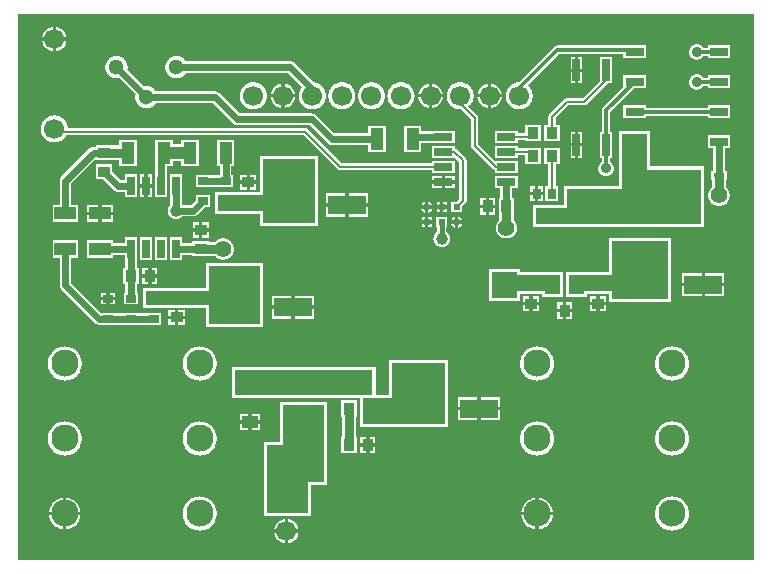
<source format=gtl>
%FSLAX46Y46*%
%MOMM*%
%ADD12C,0.200000*%
%ADD11C,0.300000*%
%ADD15C,0.400000*%
%ADD10C,0.580000*%
%ADD13C,0.600000*%
%ADD14C,0.800000*%
%ADD16C,1.000000*%
%AMPS43*
1,1,0.600000,0.000000,0.000000*
%
%ADD43PS43*%
%AMPS40*
1,1,2.300000,0.000000,0.000000*
%
%ADD40PS40*%
%AMPS45*
1,1,1.300000,0.000000,0.000000*
%
%ADD45PS45*%
%AMPS48*
1,1,1.700000,0.000000,0.000000*
%
%ADD48PS48*%
%AMPS51*
1,1,1.700000,0.000000,0.000000*
%
%ADD51PS51*%
%AMPS29*
1,1,1.700000,0.000000,0.000000*
%
%ADD29PS29*%
%AMPS33*
21,1,0.800000,0.600000,0.000000,0.000000,0.000000*
%
%ADD33PS33*%
%AMPS32*
21,1,0.800000,0.600000,0.000000,0.000000,180.000000*
%
%ADD32PS32*%
%AMPS46*
21,1,0.600000,1.550000,0.000000,0.000000,0.000000*
%
%ADD46PS46*%
%AMPS50*
21,1,0.600000,1.550000,0.000000,0.000000,90.000000*
%
%ADD50PS50*%
%AMPS47*
21,1,0.600000,1.550000,0.000000,0.000000,180.000000*
%
%ADD47PS47*%
%AMPS49*
21,1,0.600000,1.550000,0.000000,0.000000,270.000000*
%
%ADD49PS49*%
%AMPS27*
21,1,0.900000,1.000000,0.000000,0.000000,0.000000*
%
%ADD27PS27*%
%AMPS28*
21,1,0.900000,1.000000,0.000000,0.000000,180.000000*
%
%ADD28PS28*%
%AMPS22*
21,1,1.600000,3.200000,0.000000,0.000000,90.000000*
%
%ADD22PS22*%
%AMPS21*
21,1,1.600000,3.200000,0.000000,0.000000,270.000000*
%
%ADD21PS21*%
%AMPS52*
21,1,0.400000,0.900000,0.000000,0.000000,90.000000*
%
%ADD52PS52*%
%AMPS53*
21,1,0.400000,0.900000,0.000000,0.000000,270.000000*
%
%ADD53PS53*%
%AMPS17*
21,1,1.300000,1.000000,0.000000,0.000000,0.000000*
%
%ADD17PS17*%
%AMPS18*
21,1,1.300000,1.000000,0.000000,0.000000,180.000000*
%
%ADD18PS18*%
%AMPS30*
21,1,0.600000,1.800000,0.000000,0.000000,0.000000*
%
%ADD30PS30*%
%AMPS31*
21,1,0.600000,1.800000,0.000000,0.000000,180.000000*
%
%ADD31PS31*%
%AMPS42*
21,1,0.701421,1.491421,0.000000,0.000000,90.000000*
%
%ADD42PS42*%
%AMPS41*
21,1,0.701421,1.491421,0.000000,0.000000,270.000000*
%
%ADD41PS41*%
%AMPS44*
21,1,0.500000,0.500000,0.000000,0.000000,0.000000*
%
%ADD44PS44*%
%AMPS26*
21,1,0.700000,0.900000,0.000000,0.000000,0.000000*
%
%ADD26PS26*%
%AMPS25*
21,1,0.700000,0.900000,0.000000,0.000000,180.000000*
%
%ADD25PS25*%
%AMPS38*
21,1,1.800000,1.100000,0.000000,0.000000,0.000000*
%
%ADD38PS38*%
%AMPS23*
21,1,1.800000,1.100000,0.000000,0.000000,90.000000*
%
%ADD23PS23*%
%AMPS39*
21,1,1.800000,1.100000,0.000000,0.000000,180.000000*
%
%ADD39PS39*%
%AMPS24*
21,1,1.800000,1.100000,0.000000,0.000000,270.000000*
%
%ADD24PS24*%
%AMPS35*
21,1,1.831662,1.171341,0.000000,0.000000,0.000000*
%
%ADD35PS35*%
%AMPS34*
21,1,1.831662,1.171341,0.000000,0.000000,180.000000*
%
%ADD34PS34*%
%AMPS20*
21,1,1.000000,0.900000,0.000000,0.000000,0.000000*
%
%ADD20PS20*%
%AMPS36*
21,1,1.000000,0.900000,0.000000,0.000000,90.000000*
%
%ADD36PS36*%
%AMPS19*
21,1,1.000000,0.900000,0.000000,0.000000,180.000000*
%
%ADD19PS19*%
%AMPS37*
21,1,1.000000,0.900000,0.000000,0.000000,270.000000*
%
%ADD37PS37*%
%AMPS58*
1,1,1.400000,0.000000,0.000000*
%
%ADD58PS58*%
%AMPS55*
1,1,0.700000,0.000000,0.000000*
%
%ADD55PS55*%
%AMPS57*
1,1,0.900000,0.000000,0.000000*
%
%ADD57PS57*%
%AMPS56*
1,1,1.000000,0.000000,0.000000*
%
%ADD56PS56*%
%AMPS54*
1,1,0.700000,0.000000,0.000000*
%
%ADD54PS54*%
G01*
%LPD*%
G36*
X62640000Y360000D02*
X62640000Y46640000D01*
X360000Y46640000D01*
X360000Y360000D01*
X62640000Y360000D01*
D02*
G37*
%LPC*%
G36*
X3250000Y44660000D02*
X2371906Y44660000D01*
X2379760Y44712942D01*
X2404565Y44811966D01*
X2438955Y44908079D01*
X2482595Y45000350D01*
X2535084Y45087923D01*
X2595895Y45169917D01*
X2664448Y45245552D01*
X2740083Y45314105D01*
X2822077Y45374916D01*
X2909650Y45427405D01*
X3001921Y45471045D01*
X3098034Y45505435D01*
X3197058Y45530240D01*
X3250000Y45538094D01*
X3250000Y44660000D01*
D02*
G37*
%LPC*%
G36*
X4428094Y44660000D02*
X3550000Y44660000D01*
X3550000Y45538094D01*
X3602942Y45530240D01*
X3701966Y45505435D01*
X3798079Y45471045D01*
X3890350Y45427405D01*
X3977923Y45374916D01*
X4059917Y45314105D01*
X4135552Y45245552D01*
X4204105Y45169917D01*
X4264916Y45087923D01*
X4317405Y45000350D01*
X4361045Y44908079D01*
X4395435Y44811966D01*
X4420240Y44712942D01*
X4428094Y44660000D01*
D02*
G37*
%LPC*%
G36*
X3550000Y43481906D02*
X3550000Y44360000D01*
X4428094Y44360000D01*
X4420240Y44307058D01*
X4395435Y44208034D01*
X4361045Y44111921D01*
X4317405Y44019650D01*
X4264916Y43932077D01*
X4204105Y43850083D01*
X4135552Y43774448D01*
X4059917Y43705895D01*
X3977923Y43645084D01*
X3890350Y43592595D01*
X3798079Y43548955D01*
X3701966Y43514565D01*
X3602942Y43489760D01*
X3550000Y43481906D01*
D02*
G37*
%LPC*%
G36*
X3250000Y43481906D02*
X3197058Y43489760D01*
X3098034Y43514565D01*
X3001921Y43548955D01*
X2909650Y43592595D01*
X2822077Y43645084D01*
X2740083Y43705895D01*
X2664448Y43774448D01*
X2595895Y43850083D01*
X2535084Y43932077D01*
X2482595Y44019650D01*
X2438955Y44111921D01*
X2404565Y44208034D01*
X2379760Y44307058D01*
X2371906Y44360000D01*
X3250000Y44360000D01*
X3250000Y43481906D01*
D02*
G37*
%LPC*%
G36*
X57800000Y42754753D02*
X57735774Y42757909D01*
X57672167Y42767345D01*
X57609790Y42782968D01*
X57549243Y42804634D01*
X57491122Y42832123D01*
X57435966Y42865182D01*
X57384316Y42903488D01*
X57336670Y42946670D01*
X57293488Y42994316D01*
X57255182Y43045966D01*
X57222123Y43101122D01*
X57194634Y43159243D01*
X57172968Y43219790D01*
X57157345Y43282167D01*
X57147909Y43345774D01*
X57144753Y43410000D01*
X57147909Y43474226D01*
X57157345Y43537833D01*
X57172968Y43600210D01*
X57194634Y43660757D01*
X57222123Y43718878D01*
X57255182Y43774034D01*
X57293488Y43825684D01*
X57336670Y43873330D01*
X57384316Y43916512D01*
X57435966Y43954818D01*
X57491122Y43987877D01*
X57549243Y44015366D01*
X57609790Y44037032D01*
X57672167Y44052655D01*
X57735774Y44062091D01*
X57800000Y44065247D01*
X57864226Y44062091D01*
X57927833Y44052655D01*
X57990210Y44037032D01*
X58050757Y44015366D01*
X58108878Y43987877D01*
X58164034Y43954818D01*
X58215684Y43916512D01*
X58263330Y43873330D01*
X58306515Y43825681D01*
X58351517Y43765000D01*
X58734290Y43765000D01*
X58734290Y43955710D01*
X60615710Y43955710D01*
X60615710Y42864290D01*
X58734290Y42864290D01*
X58734290Y43055000D01*
X58351517Y43055000D01*
X58306515Y42994319D01*
X58263330Y42946670D01*
X58215684Y42903488D01*
X58164034Y42865182D01*
X58108878Y42832123D01*
X58050757Y42804634D01*
X57990210Y42782968D01*
X57927833Y42767345D01*
X57864226Y42757909D01*
X57800000Y42754753D01*
D02*
G37*
%LPC*%
G36*
X42752917Y38553382D02*
X42640653Y38558897D01*
X42529464Y38575391D01*
X42420436Y38602701D01*
X42314612Y38640565D01*
X42213007Y38688620D01*
X42116589Y38746411D01*
X42026308Y38813368D01*
X41943029Y38888849D01*
X41867548Y38972128D01*
X41800591Y39062409D01*
X41742800Y39158827D01*
X41694745Y39260432D01*
X41656881Y39366256D01*
X41629571Y39475284D01*
X41613077Y39586473D01*
X41607562Y39698737D01*
X41613077Y39811001D01*
X41629571Y39922190D01*
X41656881Y40031218D01*
X41694745Y40137042D01*
X41742800Y40238647D01*
X41800591Y40335065D01*
X41867548Y40425346D01*
X41943029Y40508625D01*
X42026308Y40584106D01*
X42116589Y40651063D01*
X42213007Y40708854D01*
X42314612Y40756909D01*
X42420436Y40794773D01*
X42529464Y40822083D01*
X42640652Y40838577D01*
X42741485Y40843531D01*
X45742401Y43844448D01*
X45748877Y43852220D01*
X45802222Y43895996D01*
X45863770Y43928893D01*
X45930548Y43949151D01*
X45989923Y43955000D01*
X51584290Y43955000D01*
X51584290Y43955710D01*
X53465710Y43955710D01*
X53465710Y42864290D01*
X51584290Y42864290D01*
X51584290Y43245000D01*
X46147047Y43245000D01*
X43483003Y40580957D01*
X43562809Y40508621D01*
X43638286Y40425346D01*
X43705243Y40335065D01*
X43763034Y40238647D01*
X43811089Y40137042D01*
X43848953Y40031218D01*
X43876263Y39922190D01*
X43892757Y39811001D01*
X43898272Y39698737D01*
X43892757Y39586473D01*
X43876263Y39475284D01*
X43848953Y39366256D01*
X43811089Y39260432D01*
X43763034Y39158827D01*
X43705243Y39062409D01*
X43638286Y38972128D01*
X43562805Y38888849D01*
X43479526Y38813368D01*
X43389245Y38746411D01*
X43292827Y38688620D01*
X43191222Y38640565D01*
X43085398Y38602701D01*
X42976370Y38575391D01*
X42865181Y38558897D01*
X42752917Y38553382D01*
D02*
G37*
%LPC*%
G36*
X31485000Y34910000D02*
X29995000Y34910000D01*
X29995000Y35510000D01*
X26884924Y35510000D01*
X26798238Y35518538D01*
X26705192Y35546762D01*
X26619441Y35592596D01*
X26544159Y35654381D01*
X26537745Y35662220D01*
X24994965Y37205000D01*
X18889924Y37205000D01*
X18803238Y37213538D01*
X18710192Y37241762D01*
X18624441Y37287596D01*
X18549159Y37349381D01*
X18542745Y37357220D01*
X16814965Y39085000D01*
X12008441Y39085000D01*
X11930769Y38980274D01*
X11868467Y38911533D01*
X11799726Y38849231D01*
X11725206Y38793962D01*
X11645644Y38746275D01*
X11561771Y38706606D01*
X11474422Y38675351D01*
X11384435Y38652811D01*
X11292661Y38639197D01*
X11200000Y38634645D01*
X11107339Y38639197D01*
X11015565Y38652811D01*
X10925578Y38675351D01*
X10838229Y38706606D01*
X10754356Y38746275D01*
X10674794Y38793962D01*
X10600274Y38849231D01*
X10531533Y38911533D01*
X10469231Y38980274D01*
X10413962Y39054794D01*
X10366275Y39134356D01*
X10326606Y39218229D01*
X10295351Y39305578D01*
X10272811Y39395565D01*
X10259197Y39487339D01*
X10254645Y39580000D01*
X10259197Y39672662D01*
X10278329Y39801637D01*
X8881637Y41198329D01*
X8752662Y41179197D01*
X8660000Y41174645D01*
X8567339Y41179197D01*
X8475565Y41192811D01*
X8385578Y41215351D01*
X8298229Y41246606D01*
X8214356Y41286275D01*
X8134794Y41333962D01*
X8060274Y41389231D01*
X7991533Y41451533D01*
X7929231Y41520274D01*
X7873962Y41594794D01*
X7826275Y41674356D01*
X7786606Y41758229D01*
X7755351Y41845578D01*
X7732811Y41935565D01*
X7719197Y42027339D01*
X7714645Y42120000D01*
X7719197Y42212661D01*
X7732811Y42304435D01*
X7755351Y42394422D01*
X7786606Y42481771D01*
X7826275Y42565644D01*
X7873962Y42645206D01*
X7929231Y42719726D01*
X7991533Y42788467D01*
X8060274Y42850769D01*
X8134794Y42906038D01*
X8214356Y42953725D01*
X8298229Y42993394D01*
X8385578Y43024649D01*
X8475565Y43047189D01*
X8567339Y43060803D01*
X8660000Y43065355D01*
X8752661Y43060803D01*
X8844435Y43047189D01*
X8934422Y43024649D01*
X9021771Y42993394D01*
X9105644Y42953725D01*
X9185206Y42906038D01*
X9259726Y42850769D01*
X9328467Y42788467D01*
X9390769Y42719726D01*
X9446038Y42645206D01*
X9493725Y42565644D01*
X9533394Y42481771D01*
X9564649Y42394422D01*
X9587189Y42304435D01*
X9600803Y42212661D01*
X9605355Y42120000D01*
X9600803Y42027338D01*
X9581671Y41898363D01*
X10978363Y40501671D01*
X11107338Y40520803D01*
X11200000Y40525355D01*
X11292661Y40520803D01*
X11384435Y40507189D01*
X11474422Y40484649D01*
X11561771Y40453394D01*
X11645644Y40413725D01*
X11725206Y40366038D01*
X11799726Y40310769D01*
X11868467Y40248467D01*
X11930769Y40179726D01*
X12008441Y40075000D01*
X17030076Y40075000D01*
X17116762Y40066461D01*
X17209808Y40038237D01*
X17295557Y39992403D01*
X17362895Y39937138D01*
X19105035Y38195000D01*
X25210076Y38195000D01*
X25296762Y38186461D01*
X25389808Y38158237D01*
X25475557Y38112403D01*
X25542895Y38057138D01*
X27100035Y36500000D01*
X29995000Y36500000D01*
X29995000Y37100000D01*
X31485000Y37100000D01*
X31485000Y34910000D01*
D02*
G37*
%LPC*%
G36*
X25252917Y38553382D02*
X25140653Y38558897D01*
X25029464Y38575391D01*
X24920436Y38602701D01*
X24814612Y38640565D01*
X24713007Y38688620D01*
X24616589Y38746411D01*
X24526308Y38813368D01*
X24443029Y38888849D01*
X24367548Y38972128D01*
X24300591Y39062409D01*
X24242800Y39158827D01*
X24194745Y39260432D01*
X24156881Y39366256D01*
X24129571Y39475284D01*
X24113077Y39586473D01*
X24107562Y39698737D01*
X24113077Y39811001D01*
X24129571Y39922190D01*
X24156881Y40031218D01*
X24194745Y40137042D01*
X24242800Y40238647D01*
X24300591Y40335065D01*
X24370559Y40429406D01*
X23174965Y41625000D01*
X14548441Y41625000D01*
X14470769Y41520274D01*
X14408467Y41451533D01*
X14339726Y41389231D01*
X14265206Y41333962D01*
X14185644Y41286275D01*
X14101771Y41246606D01*
X14014422Y41215351D01*
X13924435Y41192811D01*
X13832661Y41179197D01*
X13740000Y41174645D01*
X13647339Y41179197D01*
X13555565Y41192811D01*
X13465578Y41215351D01*
X13378229Y41246606D01*
X13294356Y41286275D01*
X13214794Y41333962D01*
X13140274Y41389231D01*
X13071533Y41451533D01*
X13009231Y41520274D01*
X12953962Y41594794D01*
X12906275Y41674356D01*
X12866606Y41758229D01*
X12835351Y41845578D01*
X12812811Y41935565D01*
X12799197Y42027339D01*
X12794645Y42120000D01*
X12799197Y42212661D01*
X12812811Y42304435D01*
X12835351Y42394422D01*
X12866606Y42481771D01*
X12906275Y42565644D01*
X12953962Y42645206D01*
X13009231Y42719726D01*
X13071533Y42788467D01*
X13140274Y42850769D01*
X13214794Y42906038D01*
X13294356Y42953725D01*
X13378229Y42993394D01*
X13465578Y43024649D01*
X13555565Y43047189D01*
X13647339Y43060803D01*
X13740000Y43065355D01*
X13832661Y43060803D01*
X13924435Y43047189D01*
X14014422Y43024649D01*
X14101771Y42993394D01*
X14185644Y42953725D01*
X14265206Y42906038D01*
X14339726Y42850769D01*
X14408467Y42788467D01*
X14470769Y42719726D01*
X14548441Y42615000D01*
X23390076Y42615000D01*
X23476762Y42606461D01*
X23569808Y42578237D01*
X23655557Y42532403D01*
X23722895Y42477138D01*
X25360806Y40839227D01*
X25476360Y40822085D01*
X25585398Y40794773D01*
X25691222Y40756909D01*
X25792827Y40708854D01*
X25889245Y40651063D01*
X25979526Y40584106D01*
X26062805Y40508625D01*
X26138286Y40425346D01*
X26205243Y40335065D01*
X26263034Y40238647D01*
X26311089Y40137042D01*
X26348953Y40031218D01*
X26376263Y39922190D01*
X26392757Y39811001D01*
X26398272Y39698737D01*
X26392757Y39586473D01*
X26376263Y39475284D01*
X26348953Y39366256D01*
X26311089Y39260432D01*
X26263034Y39158827D01*
X26205243Y39062409D01*
X26138286Y38972128D01*
X26062805Y38888849D01*
X25979526Y38813368D01*
X25889245Y38746411D01*
X25792827Y38688620D01*
X25691222Y38640565D01*
X25585398Y38602701D01*
X25476370Y38575391D01*
X25365181Y38558897D01*
X25252917Y38553382D01*
D02*
G37*
%LPC*%
G36*
X46175000Y35830000D02*
X44885000Y35830000D01*
X44885000Y37220000D01*
X45225000Y37220000D01*
X45225000Y37940066D01*
X45229887Y37989699D01*
X45247301Y38047098D01*
X45275578Y38100001D01*
X45313137Y38145767D01*
X45320906Y38152241D01*
X46577758Y39409093D01*
X46584232Y39416862D01*
X46629998Y39454421D01*
X46682900Y39482698D01*
X46740300Y39500112D01*
X46789923Y39505000D01*
X48163665Y39505000D01*
X49615000Y40956335D01*
X49615000Y42945000D01*
X50605000Y42945000D01*
X50605000Y40755000D01*
X50276335Y40755000D01*
X48512241Y38990906D01*
X48505767Y38983137D01*
X48460001Y38945578D01*
X48407098Y38917301D01*
X48349699Y38899887D01*
X48300066Y38895000D01*
X46926335Y38895000D01*
X45835000Y37803665D01*
X45835000Y37220000D01*
X46175000Y37220000D01*
X46175000Y35830000D01*
D02*
G37*
%LPC*%
G36*
X47460000Y42000000D02*
X47120000Y42000000D01*
X47120000Y42940000D01*
X47460000Y42940000D01*
X47460000Y42000000D01*
D02*
G37*
%LPC*%
G36*
X48100000Y42000000D02*
X47760000Y42000000D01*
X47760000Y42940000D01*
X48100000Y42940000D01*
X48100000Y42000000D01*
D02*
G37*
%LPC*%
G36*
X47460000Y40760000D02*
X47120000Y40760000D01*
X47120000Y41700000D01*
X47460000Y41700000D01*
X47460000Y40760000D01*
D02*
G37*
%LPC*%
G36*
X48100000Y40760000D02*
X47760000Y40760000D01*
X47760000Y41700000D01*
X48100000Y41700000D01*
X48100000Y40760000D01*
D02*
G37*
%LPC*%
G36*
X57800000Y40214753D02*
X57735774Y40217909D01*
X57672167Y40227345D01*
X57609790Y40242968D01*
X57549243Y40264634D01*
X57491122Y40292123D01*
X57435966Y40325182D01*
X57384316Y40363488D01*
X57336670Y40406670D01*
X57293488Y40454316D01*
X57255182Y40505966D01*
X57222123Y40561122D01*
X57194634Y40619243D01*
X57172968Y40679790D01*
X57157345Y40742167D01*
X57147909Y40805774D01*
X57144753Y40870000D01*
X57147909Y40934226D01*
X57157345Y40997833D01*
X57172968Y41060210D01*
X57194634Y41120757D01*
X57222123Y41178878D01*
X57255182Y41234034D01*
X57293488Y41285684D01*
X57336670Y41333330D01*
X57384316Y41376512D01*
X57435966Y41414818D01*
X57491122Y41447877D01*
X57549243Y41475366D01*
X57609790Y41497032D01*
X57672167Y41512655D01*
X57735774Y41522091D01*
X57800000Y41525247D01*
X57864226Y41522091D01*
X57927833Y41512655D01*
X57990210Y41497032D01*
X58050757Y41475366D01*
X58108878Y41447877D01*
X58164034Y41414818D01*
X58215684Y41376512D01*
X58263330Y41333330D01*
X58306515Y41285681D01*
X58351517Y41225000D01*
X58734290Y41225000D01*
X58734290Y41415710D01*
X60615710Y41415710D01*
X60615710Y40324290D01*
X58734290Y40324290D01*
X58734290Y40515000D01*
X58351517Y40515000D01*
X58306515Y40454319D01*
X58263330Y40406670D01*
X58215684Y40363488D01*
X58164034Y40325182D01*
X58108878Y40292123D01*
X58050757Y40264634D01*
X57990210Y40242968D01*
X57927833Y40227345D01*
X57864226Y40217909D01*
X57800000Y40214753D01*
D02*
G37*
%LPC*%
G36*
X50110000Y32894753D02*
X50045774Y32897909D01*
X49982167Y32907345D01*
X49919790Y32922968D01*
X49859243Y32944634D01*
X49801122Y32972123D01*
X49745966Y33005182D01*
X49694316Y33043488D01*
X49646670Y33086670D01*
X49603488Y33134316D01*
X49565182Y33185966D01*
X49532123Y33241122D01*
X49504634Y33299243D01*
X49482968Y33359790D01*
X49467345Y33422167D01*
X49457909Y33485774D01*
X49454753Y33550000D01*
X49457909Y33614226D01*
X49467345Y33677833D01*
X49482968Y33740210D01*
X49504634Y33800757D01*
X49532123Y33858878D01*
X49565182Y33914034D01*
X49603488Y33965684D01*
X49646670Y34013330D01*
X49694319Y34056515D01*
X49755000Y34101517D01*
X49755000Y34455000D01*
X49615000Y34455000D01*
X49615000Y36645000D01*
X49755000Y36645000D01*
X49755000Y38465066D01*
X49760849Y38524451D01*
X49781106Y38591229D01*
X49814003Y38652777D01*
X49857779Y38706122D01*
X49865551Y38712598D01*
X51584290Y40431336D01*
X51584290Y41415710D01*
X53465710Y41415710D01*
X53465710Y40324290D01*
X52481336Y40324290D01*
X50465000Y38307953D01*
X50465000Y36645000D01*
X50605000Y36645000D01*
X50605000Y34455000D01*
X50465000Y34455000D01*
X50465000Y34101517D01*
X50525681Y34056515D01*
X50573330Y34013330D01*
X50616512Y33965684D01*
X50654818Y33914034D01*
X50687877Y33858878D01*
X50715366Y33800757D01*
X50737032Y33740210D01*
X50752655Y33677833D01*
X50762091Y33614226D01*
X50765247Y33550000D01*
X50762091Y33485774D01*
X50752655Y33422167D01*
X50737032Y33359790D01*
X50715366Y33299243D01*
X50687877Y33241122D01*
X50654818Y33185966D01*
X50616512Y33134316D01*
X50573330Y33086670D01*
X50525684Y33043488D01*
X50474034Y33005182D01*
X50418878Y32972123D01*
X50360757Y32944634D01*
X50300210Y32922968D01*
X50237833Y32907345D01*
X50174226Y32897909D01*
X50110000Y32894753D01*
D02*
G37*
%LPC*%
G36*
X20252917Y38553382D02*
X20140653Y38558897D01*
X20029464Y38575391D01*
X19920436Y38602701D01*
X19814612Y38640565D01*
X19713007Y38688620D01*
X19616589Y38746411D01*
X19526308Y38813368D01*
X19443029Y38888849D01*
X19367548Y38972128D01*
X19300591Y39062409D01*
X19242800Y39158827D01*
X19194745Y39260432D01*
X19156881Y39366256D01*
X19129571Y39475284D01*
X19113077Y39586473D01*
X19107562Y39698737D01*
X19113077Y39811001D01*
X19129571Y39922190D01*
X19156881Y40031218D01*
X19194745Y40137042D01*
X19242800Y40238647D01*
X19300591Y40335065D01*
X19367548Y40425346D01*
X19443029Y40508625D01*
X19526308Y40584106D01*
X19616589Y40651063D01*
X19713007Y40708854D01*
X19814612Y40756909D01*
X19920436Y40794773D01*
X20029464Y40822083D01*
X20140653Y40838577D01*
X20252917Y40844092D01*
X20365181Y40838577D01*
X20476370Y40822083D01*
X20585398Y40794773D01*
X20691222Y40756909D01*
X20792827Y40708854D01*
X20889245Y40651063D01*
X20979526Y40584106D01*
X21062805Y40508625D01*
X21138286Y40425346D01*
X21205243Y40335065D01*
X21263034Y40238647D01*
X21311089Y40137042D01*
X21348953Y40031218D01*
X21376263Y39922190D01*
X21392757Y39811001D01*
X21398272Y39698737D01*
X21392757Y39586473D01*
X21376263Y39475284D01*
X21348953Y39366256D01*
X21311089Y39260432D01*
X21263034Y39158827D01*
X21205243Y39062409D01*
X21138286Y38972128D01*
X21062805Y38888849D01*
X20979526Y38813368D01*
X20889245Y38746411D01*
X20792827Y38688620D01*
X20691222Y38640565D01*
X20585398Y38602701D01*
X20476370Y38575391D01*
X20365181Y38558897D01*
X20252917Y38553382D01*
D02*
G37*
%LPC*%
G36*
X27752917Y38553382D02*
X27640653Y38558897D01*
X27529464Y38575391D01*
X27420436Y38602701D01*
X27314612Y38640565D01*
X27213007Y38688620D01*
X27116589Y38746411D01*
X27026308Y38813368D01*
X26943029Y38888849D01*
X26867548Y38972128D01*
X26800591Y39062409D01*
X26742800Y39158827D01*
X26694745Y39260432D01*
X26656881Y39366256D01*
X26629571Y39475284D01*
X26613077Y39586473D01*
X26607562Y39698737D01*
X26613077Y39811001D01*
X26629571Y39922190D01*
X26656881Y40031218D01*
X26694745Y40137042D01*
X26742800Y40238647D01*
X26800591Y40335065D01*
X26867548Y40425346D01*
X26943029Y40508625D01*
X27026308Y40584106D01*
X27116589Y40651063D01*
X27213007Y40708854D01*
X27314612Y40756909D01*
X27420436Y40794773D01*
X27529464Y40822083D01*
X27640653Y40838577D01*
X27752917Y40844092D01*
X27865181Y40838577D01*
X27976370Y40822083D01*
X28085398Y40794773D01*
X28191222Y40756909D01*
X28292827Y40708854D01*
X28389245Y40651063D01*
X28479526Y40584106D01*
X28562805Y40508625D01*
X28638286Y40425346D01*
X28705243Y40335065D01*
X28763034Y40238647D01*
X28811089Y40137042D01*
X28848953Y40031218D01*
X28876263Y39922190D01*
X28892757Y39811001D01*
X28898272Y39698737D01*
X28892757Y39586473D01*
X28876263Y39475284D01*
X28848953Y39366256D01*
X28811089Y39260432D01*
X28763034Y39158827D01*
X28705243Y39062409D01*
X28638286Y38972128D01*
X28562805Y38888849D01*
X28479526Y38813368D01*
X28389245Y38746411D01*
X28292827Y38688620D01*
X28191222Y38640565D01*
X28085398Y38602701D01*
X27976370Y38575391D01*
X27865181Y38558897D01*
X27752917Y38553382D01*
D02*
G37*
%LPC*%
G36*
X30252917Y38553382D02*
X30140653Y38558897D01*
X30029464Y38575391D01*
X29920436Y38602701D01*
X29814612Y38640565D01*
X29713007Y38688620D01*
X29616589Y38746411D01*
X29526308Y38813368D01*
X29443029Y38888849D01*
X29367548Y38972128D01*
X29300591Y39062409D01*
X29242800Y39158827D01*
X29194745Y39260432D01*
X29156881Y39366256D01*
X29129571Y39475284D01*
X29113077Y39586473D01*
X29107562Y39698737D01*
X29113077Y39811001D01*
X29129571Y39922190D01*
X29156881Y40031218D01*
X29194745Y40137042D01*
X29242800Y40238647D01*
X29300591Y40335065D01*
X29367548Y40425346D01*
X29443029Y40508625D01*
X29526308Y40584106D01*
X29616589Y40651063D01*
X29713007Y40708854D01*
X29814612Y40756909D01*
X29920436Y40794773D01*
X30029464Y40822083D01*
X30140653Y40838577D01*
X30252917Y40844092D01*
X30365181Y40838577D01*
X30476370Y40822083D01*
X30585398Y40794773D01*
X30691222Y40756909D01*
X30792827Y40708854D01*
X30889245Y40651063D01*
X30979526Y40584106D01*
X31062805Y40508625D01*
X31138286Y40425346D01*
X31205243Y40335065D01*
X31263034Y40238647D01*
X31311089Y40137042D01*
X31348953Y40031218D01*
X31376263Y39922190D01*
X31392757Y39811001D01*
X31398272Y39698737D01*
X31392757Y39586473D01*
X31376263Y39475284D01*
X31348953Y39366256D01*
X31311089Y39260432D01*
X31263034Y39158827D01*
X31205243Y39062409D01*
X31138286Y38972128D01*
X31062805Y38888849D01*
X30979526Y38813368D01*
X30889245Y38746411D01*
X30792827Y38688620D01*
X30691222Y38640565D01*
X30585398Y38602701D01*
X30476370Y38575391D01*
X30365181Y38558897D01*
X30252917Y38553382D01*
D02*
G37*
%LPC*%
G36*
X32752917Y38553382D02*
X32640653Y38558897D01*
X32529464Y38575391D01*
X32420436Y38602701D01*
X32314612Y38640565D01*
X32213007Y38688620D01*
X32116589Y38746411D01*
X32026308Y38813368D01*
X31943029Y38888849D01*
X31867548Y38972128D01*
X31800591Y39062409D01*
X31742800Y39158827D01*
X31694745Y39260432D01*
X31656881Y39366256D01*
X31629571Y39475284D01*
X31613077Y39586473D01*
X31607562Y39698737D01*
X31613077Y39811001D01*
X31629571Y39922190D01*
X31656881Y40031218D01*
X31694745Y40137042D01*
X31742800Y40238647D01*
X31800591Y40335065D01*
X31867548Y40425346D01*
X31943029Y40508625D01*
X32026308Y40584106D01*
X32116589Y40651063D01*
X32213007Y40708854D01*
X32314612Y40756909D01*
X32420436Y40794773D01*
X32529464Y40822083D01*
X32640653Y40838577D01*
X32752917Y40844092D01*
X32865181Y40838577D01*
X32976370Y40822083D01*
X33085398Y40794773D01*
X33191222Y40756909D01*
X33292827Y40708854D01*
X33389245Y40651063D01*
X33479526Y40584106D01*
X33562805Y40508625D01*
X33638286Y40425346D01*
X33705243Y40335065D01*
X33763034Y40238647D01*
X33811089Y40137042D01*
X33848953Y40031218D01*
X33876263Y39922190D01*
X33892757Y39811001D01*
X33898272Y39698737D01*
X33892757Y39586473D01*
X33876263Y39475284D01*
X33848953Y39366256D01*
X33811089Y39260432D01*
X33763034Y39158827D01*
X33705243Y39062409D01*
X33638286Y38972128D01*
X33562805Y38888849D01*
X33479526Y38813368D01*
X33389245Y38746411D01*
X33292827Y38688620D01*
X33191222Y38640565D01*
X33085398Y38602701D01*
X32976370Y38575391D01*
X32865181Y38558897D01*
X32752917Y38553382D01*
D02*
G37*
%LPC*%
G36*
X42650000Y33180000D02*
X40710000Y33180000D01*
X40710000Y33380489D01*
X40634999Y33420578D01*
X40588509Y33458732D01*
X40582095Y33466570D01*
X38791570Y35257095D01*
X38783732Y35263509D01*
X38745576Y35310001D01*
X38717301Y35362901D01*
X38699887Y35420301D01*
X38695000Y35469935D01*
X38695000Y37673665D01*
X37812365Y38556301D01*
X37752919Y38553382D01*
X37640653Y38558897D01*
X37529464Y38575391D01*
X37420436Y38602701D01*
X37314612Y38640565D01*
X37213007Y38688620D01*
X37116589Y38746411D01*
X37026308Y38813368D01*
X36943029Y38888849D01*
X36867548Y38972128D01*
X36800591Y39062409D01*
X36742800Y39158827D01*
X36694745Y39260432D01*
X36656881Y39366256D01*
X36629571Y39475284D01*
X36613077Y39586473D01*
X36607562Y39698737D01*
X36613077Y39811001D01*
X36629571Y39922190D01*
X36656881Y40031218D01*
X36694745Y40137042D01*
X36742800Y40238647D01*
X36800591Y40335065D01*
X36867548Y40425346D01*
X36943029Y40508625D01*
X37026308Y40584106D01*
X37116589Y40651063D01*
X37213007Y40708854D01*
X37314612Y40756909D01*
X37420436Y40794773D01*
X37529464Y40822083D01*
X37640653Y40838577D01*
X37752917Y40844092D01*
X37865181Y40838577D01*
X37976370Y40822083D01*
X38085398Y40794773D01*
X38191222Y40756909D01*
X38292827Y40708854D01*
X38389245Y40651063D01*
X38479526Y40584106D01*
X38562805Y40508625D01*
X38638286Y40425346D01*
X38705243Y40335065D01*
X38763034Y40238647D01*
X38811089Y40137042D01*
X38848953Y40031218D01*
X38876263Y39922190D01*
X38892757Y39811001D01*
X38898272Y39698737D01*
X38892757Y39586473D01*
X38876263Y39475284D01*
X38848953Y39366256D01*
X38811089Y39260432D01*
X38763034Y39158827D01*
X38705243Y39062409D01*
X38638286Y38972128D01*
X38562805Y38888849D01*
X38447234Y38784101D01*
X39222792Y38008542D01*
X39254421Y37970002D01*
X39282699Y37917097D01*
X39300110Y37859703D01*
X39305000Y37810075D01*
X39305000Y35606335D01*
X40741335Y34170000D01*
X42650000Y34170000D01*
X42650000Y33180000D01*
D02*
G37*
%LPC*%
G36*
X36281011Y39848737D02*
X35402917Y39848737D01*
X35402917Y40726831D01*
X35455859Y40718977D01*
X35554883Y40694172D01*
X35650996Y40659782D01*
X35743267Y40616142D01*
X35830840Y40563653D01*
X35912834Y40502842D01*
X35988469Y40434289D01*
X36057022Y40358654D01*
X36117833Y40276660D01*
X36170322Y40189087D01*
X36213962Y40096816D01*
X36248352Y40000703D01*
X36273157Y39901679D01*
X36281011Y39848737D01*
D02*
G37*
%LPC*%
G36*
X35102917Y39848737D02*
X34224823Y39848737D01*
X34232677Y39901679D01*
X34257482Y40000703D01*
X34291872Y40096816D01*
X34335512Y40189087D01*
X34388001Y40276660D01*
X34448812Y40358654D01*
X34517365Y40434289D01*
X34593000Y40502842D01*
X34674994Y40563653D01*
X34762567Y40616142D01*
X34854838Y40659782D01*
X34950951Y40694172D01*
X35049975Y40718977D01*
X35102917Y40726831D01*
X35102917Y39848737D01*
D02*
G37*
%LPC*%
G36*
X40102917Y39848737D02*
X39224823Y39848737D01*
X39232677Y39901679D01*
X39257482Y40000703D01*
X39291872Y40096816D01*
X39335512Y40189087D01*
X39388001Y40276660D01*
X39448812Y40358654D01*
X39517365Y40434289D01*
X39593000Y40502842D01*
X39674994Y40563653D01*
X39762567Y40616142D01*
X39854838Y40659782D01*
X39950951Y40694172D01*
X40049975Y40718977D01*
X40102917Y40726831D01*
X40102917Y39848737D01*
D02*
G37*
%LPC*%
G36*
X41281011Y39848737D02*
X40402917Y39848737D01*
X40402917Y40726831D01*
X40455859Y40718977D01*
X40554883Y40694172D01*
X40650996Y40659782D01*
X40743267Y40616142D01*
X40830840Y40563653D01*
X40912834Y40502842D01*
X40988469Y40434289D01*
X41057022Y40358654D01*
X41117833Y40276660D01*
X41170322Y40189087D01*
X41213962Y40096816D01*
X41248352Y40000703D01*
X41273157Y39901679D01*
X41281011Y39848737D01*
D02*
G37*
%LPC*%
G36*
X23781011Y39848737D02*
X22902917Y39848737D01*
X22902917Y40726831D01*
X22955859Y40718977D01*
X23054883Y40694172D01*
X23150996Y40659782D01*
X23243267Y40616142D01*
X23330840Y40563653D01*
X23412834Y40502842D01*
X23488469Y40434289D01*
X23557022Y40358654D01*
X23617833Y40276660D01*
X23670322Y40189087D01*
X23713962Y40096816D01*
X23748352Y40000703D01*
X23773157Y39901679D01*
X23781011Y39848737D01*
D02*
G37*
%LPC*%
G36*
X22602917Y39848737D02*
X21724823Y39848737D01*
X21732677Y39901679D01*
X21757482Y40000703D01*
X21791872Y40096816D01*
X21835512Y40189087D01*
X21888001Y40276660D01*
X21948812Y40358654D01*
X22017365Y40434289D01*
X22093000Y40502842D01*
X22174994Y40563653D01*
X22262567Y40616142D01*
X22354838Y40659782D01*
X22450951Y40694172D01*
X22549975Y40718977D01*
X22602917Y40726831D01*
X22602917Y39848737D01*
D02*
G37*
%LPC*%
G36*
X40402917Y38670643D02*
X40402917Y39548737D01*
X41281011Y39548737D01*
X41273157Y39495795D01*
X41248352Y39396771D01*
X41213962Y39300658D01*
X41170322Y39208387D01*
X41117833Y39120814D01*
X41057022Y39038820D01*
X40988469Y38963185D01*
X40912834Y38894632D01*
X40830840Y38833821D01*
X40743267Y38781332D01*
X40650996Y38737692D01*
X40554883Y38703302D01*
X40455859Y38678497D01*
X40402917Y38670643D01*
D02*
G37*
%LPC*%
G36*
X40102917Y38670643D02*
X40049975Y38678497D01*
X39950951Y38703302D01*
X39854838Y38737692D01*
X39762567Y38781332D01*
X39674994Y38833821D01*
X39593000Y38894632D01*
X39517365Y38963185D01*
X39448812Y39038820D01*
X39388001Y39120814D01*
X39335512Y39208387D01*
X39291872Y39300658D01*
X39257482Y39396771D01*
X39232677Y39495795D01*
X39224823Y39548737D01*
X40102917Y39548737D01*
X40102917Y38670643D01*
D02*
G37*
%LPC*%
G36*
X35402917Y38670643D02*
X35402917Y39548737D01*
X36281011Y39548737D01*
X36273157Y39495795D01*
X36248352Y39396771D01*
X36213962Y39300658D01*
X36170322Y39208387D01*
X36117833Y39120814D01*
X36057022Y39038820D01*
X35988469Y38963185D01*
X35912834Y38894632D01*
X35830840Y38833821D01*
X35743267Y38781332D01*
X35650996Y38737692D01*
X35554883Y38703302D01*
X35455859Y38678497D01*
X35402917Y38670643D01*
D02*
G37*
%LPC*%
G36*
X35102917Y38670643D02*
X35049975Y38678497D01*
X34950951Y38703302D01*
X34854838Y38737692D01*
X34762567Y38781332D01*
X34674994Y38833821D01*
X34593000Y38894632D01*
X34517365Y38963185D01*
X34448812Y39038820D01*
X34388001Y39120814D01*
X34335512Y39208387D01*
X34291872Y39300658D01*
X34257482Y39396771D01*
X34232677Y39495795D01*
X34224823Y39548737D01*
X35102917Y39548737D01*
X35102917Y38670643D01*
D02*
G37*
%LPC*%
G36*
X22902917Y38670643D02*
X22902917Y39548737D01*
X23781011Y39548737D01*
X23773157Y39495795D01*
X23748352Y39396771D01*
X23713962Y39300658D01*
X23670322Y39208387D01*
X23617833Y39120814D01*
X23557022Y39038820D01*
X23488469Y38963185D01*
X23412834Y38894632D01*
X23330840Y38833821D01*
X23243267Y38781332D01*
X23150996Y38737692D01*
X23054883Y38703302D01*
X22955859Y38678497D01*
X22902917Y38670643D01*
D02*
G37*
%LPC*%
G36*
X22602917Y38670643D02*
X22549975Y38678497D01*
X22450951Y38703302D01*
X22354838Y38737692D01*
X22262567Y38781332D01*
X22174994Y38833821D01*
X22093000Y38894632D01*
X22017365Y38963185D01*
X21948812Y39038820D01*
X21888001Y39120814D01*
X21835512Y39208387D01*
X21791872Y39300658D01*
X21757482Y39396771D01*
X21732677Y39495795D01*
X21724823Y39548737D01*
X22602917Y39548737D01*
X22602917Y38670643D01*
D02*
G37*
%LPC*%
G36*
X53465710Y37784290D02*
X51584290Y37784290D01*
X51584290Y38875710D01*
X53465710Y38875710D01*
X53465710Y38685000D01*
X58734290Y38685000D01*
X58734290Y38875710D01*
X60615710Y38875710D01*
X60615710Y37784290D01*
X58734290Y37784290D01*
X58734290Y37975000D01*
X53465710Y37975000D01*
X53465710Y37784290D01*
D02*
G37*
%LPC*%
G36*
X37310000Y33180000D02*
X35370000Y33180000D01*
X35370000Y33370000D01*
X27614935Y33370000D01*
X27565301Y33374887D01*
X27507901Y33392301D01*
X27455001Y33420576D01*
X27408509Y33458732D01*
X27402095Y33466570D01*
X24523665Y36345000D01*
X4407067Y36345000D01*
X4352326Y36253672D01*
X4285369Y36163391D01*
X4209888Y36080112D01*
X4126609Y36004631D01*
X4036328Y35937674D01*
X3939910Y35879883D01*
X3838305Y35831828D01*
X3732481Y35793964D01*
X3623453Y35766654D01*
X3512264Y35750160D01*
X3400000Y35744645D01*
X3287736Y35750160D01*
X3176547Y35766654D01*
X3067519Y35793964D01*
X2961695Y35831828D01*
X2860090Y35879883D01*
X2763672Y35937674D01*
X2673391Y36004631D01*
X2590112Y36080112D01*
X2514631Y36163391D01*
X2447674Y36253672D01*
X2389883Y36350090D01*
X2341828Y36451695D01*
X2303964Y36557519D01*
X2276654Y36666547D01*
X2260160Y36777736D01*
X2254645Y36890000D01*
X2260160Y37002264D01*
X2276654Y37113453D01*
X2303964Y37222481D01*
X2341828Y37328305D01*
X2389883Y37429910D01*
X2447674Y37526328D01*
X2514631Y37616609D01*
X2590112Y37699888D01*
X2673391Y37775369D01*
X2763672Y37842326D01*
X2860090Y37900117D01*
X2961695Y37948172D01*
X3067519Y37986036D01*
X3176547Y38013346D01*
X3287736Y38029840D01*
X3400000Y38035355D01*
X3512264Y38029840D01*
X3623453Y38013346D01*
X3732481Y37986036D01*
X3838305Y37948172D01*
X3939910Y37900117D01*
X4036328Y37842326D01*
X4126609Y37775369D01*
X4209888Y37699888D01*
X4285369Y37616609D01*
X4352326Y37526328D01*
X4410117Y37429910D01*
X4458172Y37328305D01*
X4496036Y37222481D01*
X4523346Y37113453D01*
X4546852Y36955000D01*
X24660075Y36955000D01*
X24709703Y36950110D01*
X24767097Y36932699D01*
X24820002Y36904421D01*
X24858542Y36872792D01*
X27751335Y33980000D01*
X35370000Y33980000D01*
X35370000Y34170000D01*
X37310000Y34170000D01*
X37310000Y33180000D01*
D02*
G37*
%LPC*%
G36*
X42650000Y35720000D02*
X40710000Y35720000D01*
X40710000Y36710000D01*
X42650000Y36710000D01*
X42650000Y36520000D01*
X43285000Y36520000D01*
X43285000Y37220000D01*
X44575000Y37220000D01*
X44575000Y35830000D01*
X43285000Y35830000D01*
X43285000Y35910000D01*
X42650000Y35910000D01*
X42650000Y35720000D01*
D02*
G37*
%LPC*%
G36*
X34485000Y34910000D02*
X32995000Y34910000D01*
X32995000Y37100000D01*
X34485000Y37100000D01*
X34485000Y36710000D01*
X37310000Y36710000D01*
X37310000Y35720000D01*
X34485000Y35720000D01*
X34485000Y34910000D01*
D02*
G37*
%LPC*%
G36*
X58445000Y28575000D02*
X43945000Y28575000D01*
X43945000Y30455000D01*
X46545000Y30455000D01*
X46545000Y32055000D01*
X51245000Y32055000D01*
X51245000Y36675000D01*
X53805000Y36675000D01*
X53805000Y33705000D01*
X58445000Y33705000D01*
X58445000Y28575000D01*
D02*
G37*
%LPD*%
G36*
X58190000Y28830000D02*
X58190000Y33450000D01*
X53550000Y33450000D01*
X53550000Y36420000D01*
X51500000Y36420000D01*
X51500000Y31800000D01*
X46800000Y31800000D01*
X46800000Y30200000D01*
X44200000Y30200000D01*
X44200000Y28830000D01*
X58190000Y28830000D01*
D02*
G37*
%LPC*%
G36*
X47460000Y35700000D02*
X47120000Y35700000D01*
X47120000Y36640000D01*
X47460000Y36640000D01*
X47460000Y35700000D01*
D02*
G37*
%LPC*%
G36*
X48100000Y35700000D02*
X47760000Y35700000D01*
X47760000Y36640000D01*
X48100000Y36640000D01*
X48100000Y35700000D01*
D02*
G37*
%LPC*%
G36*
X59675000Y30364753D02*
X59586268Y30369113D01*
X59498388Y30382149D01*
X59412224Y30403731D01*
X59328579Y30433661D01*
X59248263Y30471648D01*
X59172079Y30517310D01*
X59100715Y30570237D01*
X59034894Y30629894D01*
X58975237Y30695715D01*
X58922310Y30767079D01*
X58876648Y30843263D01*
X58838661Y30923579D01*
X58808731Y31007224D01*
X58787149Y31093388D01*
X58774113Y31181268D01*
X58769753Y31270000D01*
X58774113Y31358732D01*
X58787149Y31446612D01*
X58808731Y31532776D01*
X58838661Y31616421D01*
X58876648Y31696737D01*
X58922310Y31772921D01*
X58975237Y31844285D01*
X59034892Y31910104D01*
X59070000Y31941923D01*
X59070000Y32575000D01*
X59030000Y32575000D01*
X59030000Y33365000D01*
X59170000Y33365000D01*
X59170000Y35244290D01*
X58734290Y35244290D01*
X58734290Y36335710D01*
X60615710Y36335710D01*
X60615710Y35244290D01*
X60180000Y35244290D01*
X60180000Y33365000D01*
X60320000Y33365000D01*
X60320000Y32575000D01*
X60280000Y32575000D01*
X60280000Y31941923D01*
X60315108Y31910104D01*
X60374763Y31844285D01*
X60427690Y31772921D01*
X60473352Y31696737D01*
X60511339Y31616421D01*
X60541269Y31532776D01*
X60562851Y31446612D01*
X60575887Y31358732D01*
X60580247Y31270000D01*
X60575887Y31181268D01*
X60562851Y31093388D01*
X60541269Y31007224D01*
X60511339Y30923579D01*
X60473352Y30843263D01*
X60427690Y30767079D01*
X60374763Y30695715D01*
X60315106Y30629894D01*
X60249285Y30570237D01*
X60177921Y30517310D01*
X60101737Y30471648D01*
X60021421Y30433661D01*
X59937776Y30403731D01*
X59851612Y30382149D01*
X59763732Y30369113D01*
X59675000Y30364753D01*
D02*
G37*
%LPC*%
G36*
X18490000Y31985000D02*
X15370000Y31985000D01*
X15370000Y32975000D01*
X17400000Y32975000D01*
X17400000Y33785000D01*
X17150000Y33785000D01*
X17150000Y35975000D01*
X18640000Y35975000D01*
X18640000Y33785000D01*
X18390000Y33785000D01*
X18390000Y32975000D01*
X18490000Y32975000D01*
X18490000Y31985000D01*
D02*
G37*
%LPC*%
G36*
X12930000Y31100000D02*
X11940000Y31100000D01*
X11940000Y33785000D01*
X11920000Y33785000D01*
X11920000Y35975000D01*
X13410000Y35975000D01*
X13410000Y35585000D01*
X14150000Y35585000D01*
X14150000Y35975000D01*
X15640000Y35975000D01*
X15640000Y33785000D01*
X14150000Y33785000D01*
X14150000Y34175000D01*
X13410000Y34175000D01*
X13410000Y33785000D01*
X12930000Y33785000D01*
X12930000Y31100000D01*
D02*
G37*
%LPC*%
G36*
X5440000Y28985000D02*
X3250000Y28985000D01*
X3250000Y30475000D01*
X3850000Y30475000D01*
X3850000Y32515075D01*
X3858538Y32601761D01*
X3886762Y32694807D01*
X3932596Y32780558D01*
X3993789Y32855119D01*
X4001556Y32861591D01*
X6363408Y35223443D01*
X6369880Y35231210D01*
X6444441Y35292403D01*
X6530191Y35338237D01*
X6623238Y35366462D01*
X6709924Y35375000D01*
X6890000Y35375000D01*
X6890000Y35525000D01*
X8280000Y35525000D01*
X8280000Y35485000D01*
X8920000Y35485000D01*
X8920000Y35975000D01*
X10410000Y35975000D01*
X10410000Y33785000D01*
X8920000Y33785000D01*
X8920000Y34275000D01*
X8280000Y34275000D01*
X8280000Y34235000D01*
X6775035Y34235000D01*
X4840000Y32299965D01*
X4840000Y30475000D01*
X5440000Y30475000D01*
X5440000Y28985000D01*
D02*
G37*
%LPC*%
G36*
X37915000Y29825000D02*
X37025000Y29825000D01*
X37025000Y30715000D01*
X37483665Y30715000D01*
X37695000Y30926335D01*
X37695000Y34093665D01*
X37338665Y34450000D01*
X35370000Y34450000D01*
X35370000Y35440000D01*
X37310000Y35440000D01*
X37310000Y35252602D01*
X37392101Y35227697D01*
X37445002Y35199421D01*
X37483542Y35167792D01*
X38222792Y34428542D01*
X38254421Y34390002D01*
X38282699Y34337097D01*
X38300110Y34279703D01*
X38305000Y34230075D01*
X38305000Y30789923D01*
X38300112Y30740300D01*
X38282698Y30682900D01*
X38254421Y30629998D01*
X38216862Y30584232D01*
X38209093Y30577758D01*
X37915000Y30283665D01*
X37915000Y29825000D01*
D02*
G37*
%LPC*%
G36*
X44575000Y33900000D02*
X43285000Y33900000D01*
X43285000Y34640000D01*
X42650000Y34640000D01*
X42650000Y34450000D01*
X40710000Y34450000D01*
X40710000Y35440000D01*
X42650000Y35440000D01*
X42650000Y35250000D01*
X43285000Y35250000D01*
X43285000Y35290000D01*
X44575000Y35290000D01*
X44575000Y33900000D01*
D02*
G37*
%LPC*%
G36*
X47460000Y34460000D02*
X47120000Y34460000D01*
X47120000Y35400000D01*
X47460000Y35400000D01*
X47460000Y34460000D01*
D02*
G37*
%LPC*%
G36*
X48100000Y34460000D02*
X47760000Y34460000D01*
X47760000Y35400000D01*
X48100000Y35400000D01*
X48100000Y34460000D01*
D02*
G37*
%LPC*%
G36*
X46075000Y30770000D02*
X44985000Y30770000D01*
X44985000Y32060000D01*
X45225000Y32060000D01*
X45225000Y33900000D01*
X44885000Y33900000D01*
X44885000Y35290000D01*
X46175000Y35290000D01*
X46175000Y33900000D01*
X45835000Y33900000D01*
X45835000Y32060000D01*
X46075000Y32060000D01*
X46075000Y30770000D01*
D02*
G37*
%LPC*%
G36*
X25735000Y28695000D02*
X20845000Y28695000D01*
X20845000Y29690000D01*
X17040000Y29690000D01*
X17040000Y31535000D01*
X20845000Y31535000D01*
X20845000Y34555000D01*
X25735000Y34555000D01*
X25735000Y28695000D01*
D02*
G37*
%LPD*%
G36*
X25480000Y28950000D02*
X25480000Y34300000D01*
X21100000Y34300000D01*
X21100000Y31280000D01*
X17295000Y31280000D01*
X17295000Y29945000D01*
X21100000Y29945000D01*
X21100000Y28950000D01*
X25480000Y28950000D01*
D02*
G37*
%LPC*%
G36*
X10390000Y31100000D02*
X9400000Y31100000D01*
X9400000Y31575000D01*
X8784924Y31575000D01*
X8698238Y31583538D01*
X8605192Y31611762D01*
X8519441Y31657596D01*
X8444159Y31719381D01*
X8437745Y31727220D01*
X7529966Y32635000D01*
X6890000Y32635000D01*
X6890000Y33925000D01*
X8280000Y33925000D01*
X8280000Y33285034D01*
X9000035Y32565000D01*
X9400000Y32565000D01*
X9400000Y33040000D01*
X10390000Y33040000D01*
X10390000Y32080069D01*
X10390992Y32069999D01*
X10390000Y32059928D01*
X10390000Y31100000D01*
D02*
G37*
%LPC*%
G36*
X13705000Y29264752D02*
X13635883Y29268148D01*
X13567405Y29278307D01*
X13500284Y29295118D01*
X13435114Y29318438D01*
X13372551Y29348027D01*
X13313179Y29383614D01*
X13257599Y29424834D01*
X13206315Y29471315D01*
X13159834Y29522599D01*
X13118614Y29578179D01*
X13083027Y29637551D01*
X13053438Y29700114D01*
X13030118Y29765284D01*
X13013307Y29832405D01*
X13003148Y29900883D01*
X12999752Y29970000D01*
X13003148Y30039117D01*
X13013307Y30107595D01*
X13030118Y30174716D01*
X13053438Y30239886D01*
X13083027Y30302449D01*
X13118614Y30361821D01*
X13159834Y30417401D01*
X13210000Y30472751D01*
X13210000Y33040000D01*
X14200000Y33040000D01*
X14200000Y30465000D01*
X14949963Y30465000D01*
X15370000Y30885036D01*
X15370000Y31275002D01*
X15954947Y31275002D01*
X15965000Y31275992D01*
X15975053Y31275002D01*
X16560000Y31275002D01*
X16560000Y30285002D01*
X16170034Y30285002D01*
X15511589Y29626556D01*
X15505117Y29618789D01*
X15430556Y29557596D01*
X15344805Y29511762D01*
X15251759Y29483538D01*
X15165073Y29475000D01*
X14207751Y29475000D01*
X14152401Y29424834D01*
X14096821Y29383614D01*
X14037449Y29348027D01*
X13974886Y29318438D01*
X13909716Y29295118D01*
X13842595Y29278307D01*
X13774117Y29268148D01*
X13705000Y29264752D01*
D02*
G37*
%LPC*%
G36*
X11655000Y32220000D02*
X11315000Y32220000D01*
X11315000Y33035000D01*
X11655000Y33035000D01*
X11655000Y32220000D01*
D02*
G37*
%LPC*%
G36*
X11015000Y32220000D02*
X10675000Y32220000D01*
X10675000Y33035000D01*
X11015000Y33035000D01*
X11015000Y32220000D01*
D02*
G37*
%LPC*%
G36*
X20515000Y32530002D02*
X19975000Y32530002D01*
X19975000Y33020002D01*
X20515000Y33020002D01*
X20515000Y32530002D01*
D02*
G37*
%LPC*%
G36*
X19675000Y32530002D02*
X19135000Y32530002D01*
X19135000Y33020002D01*
X19675000Y33020002D01*
X19675000Y32530002D01*
D02*
G37*
%LPC*%
G36*
X41680000Y27609753D02*
X41591268Y27614113D01*
X41503388Y27627149D01*
X41417224Y27648731D01*
X41333579Y27678661D01*
X41253263Y27716648D01*
X41177079Y27762310D01*
X41105715Y27815237D01*
X41039894Y27874894D01*
X40980237Y27940715D01*
X40927310Y28012079D01*
X40881648Y28088263D01*
X40843661Y28168579D01*
X40813731Y28252224D01*
X40792149Y28338388D01*
X40779113Y28426268D01*
X40774753Y28515000D01*
X40779113Y28603732D01*
X40792149Y28691612D01*
X40813731Y28777776D01*
X40843661Y28861421D01*
X40881648Y28941737D01*
X40927310Y29017921D01*
X40980237Y29089285D01*
X41039892Y29155104D01*
X41075000Y29186923D01*
X41075000Y29630000D01*
X41035000Y29630000D01*
X41035000Y31020000D01*
X41175000Y31020000D01*
X41175000Y31910000D01*
X40710000Y31910000D01*
X40710000Y32900000D01*
X41568410Y32900000D01*
X41680000Y32910992D01*
X41791590Y32900000D01*
X42650000Y32900000D01*
X42650000Y31910000D01*
X42185000Y31910000D01*
X42185000Y31020000D01*
X42325000Y31020000D01*
X42325000Y29630000D01*
X42285000Y29630000D01*
X42285000Y29186923D01*
X42320108Y29155104D01*
X42379763Y29089285D01*
X42432690Y29017921D01*
X42478352Y28941737D01*
X42516339Y28861421D01*
X42546269Y28777776D01*
X42567851Y28691612D01*
X42580887Y28603732D01*
X42585247Y28515000D01*
X42580887Y28426268D01*
X42567851Y28338388D01*
X42546269Y28252224D01*
X42516339Y28168579D01*
X42478352Y28088263D01*
X42432690Y28012079D01*
X42379763Y27940715D01*
X42320106Y27874894D01*
X42254285Y27815237D01*
X42182921Y27762310D01*
X42106737Y27716648D01*
X42026421Y27678661D01*
X41942776Y27648731D01*
X41856612Y27627149D01*
X41768732Y27614113D01*
X41680000Y27609753D01*
D02*
G37*
%LPC*%
G36*
X37305000Y32555000D02*
X36490000Y32555000D01*
X36490000Y32895000D01*
X37305000Y32895000D01*
X37305000Y32555000D01*
D02*
G37*
%LPC*%
G36*
X36190000Y32555000D02*
X35375000Y32555000D01*
X35375000Y32895000D01*
X36190000Y32895000D01*
X36190000Y32555000D01*
D02*
G37*
%LPC*%
G36*
X37305000Y31915000D02*
X36490000Y31915000D01*
X36490000Y32255000D01*
X37305000Y32255000D01*
X37305000Y31915000D01*
D02*
G37*
%LPC*%
G36*
X36190000Y31915000D02*
X35375000Y31915000D01*
X35375000Y32255000D01*
X36190000Y32255000D01*
X36190000Y31915000D01*
D02*
G37*
%LPC*%
G36*
X20515000Y31740002D02*
X19975000Y31740002D01*
X19975000Y32230002D01*
X20515000Y32230002D01*
X20515000Y31740002D01*
D02*
G37*
%LPC*%
G36*
X19675000Y31740002D02*
X19135000Y31740002D01*
X19135000Y32230002D01*
X19675000Y32230002D01*
X19675000Y31740002D01*
D02*
G37*
%LPC*%
G36*
X44770000Y31565000D02*
X44380000Y31565000D01*
X44380000Y32055000D01*
X44770000Y32055000D01*
X44770000Y31565000D01*
D02*
G37*
%LPC*%
G36*
X44080000Y31565000D02*
X43690000Y31565000D01*
X43690000Y32055000D01*
X44080000Y32055000D01*
X44080000Y31565000D01*
D02*
G37*
%LPC*%
G36*
X11015000Y31105000D02*
X10675000Y31105000D01*
X10675000Y31920000D01*
X11015000Y31920000D01*
X11015000Y31105000D01*
D02*
G37*
%LPC*%
G36*
X11655000Y31105000D02*
X11315000Y31105000D01*
X11315000Y31920000D01*
X11655000Y31920000D01*
X11655000Y31105000D01*
D02*
G37*
%LPC*%
G36*
X29969995Y30600001D02*
X28329995Y30600001D01*
X28329995Y31440001D01*
X29969995Y31440001D01*
X29969995Y30600001D01*
D02*
G37*
%LPC*%
G36*
X28029995Y30600001D02*
X26389995Y30600001D01*
X26389995Y31440001D01*
X28029995Y31440001D01*
X28029995Y30600001D01*
D02*
G37*
%LPC*%
G36*
X44770000Y30775000D02*
X44380000Y30775000D01*
X44380000Y31265000D01*
X44770000Y31265000D01*
X44770000Y30775000D01*
D02*
G37*
%LPC*%
G36*
X44080000Y30775000D02*
X43690000Y30775000D01*
X43690000Y31265000D01*
X44080000Y31265000D01*
X44080000Y30775000D01*
D02*
G37*
%LPC*%
G36*
X40720000Y30475000D02*
X40230000Y30475000D01*
X40230000Y31015000D01*
X40720000Y31015000D01*
X40720000Y30475000D01*
D02*
G37*
%LPC*%
G36*
X39930000Y30475000D02*
X39440000Y30475000D01*
X39440000Y31015000D01*
X39930000Y31015000D01*
X39930000Y30475000D01*
D02*
G37*
%LPC*%
G36*
X34780000Y30420000D02*
X34463633Y30420000D01*
X34477089Y30457605D01*
X34497655Y30501089D01*
X34522394Y30542362D01*
X34551043Y30580992D01*
X34583355Y30616645D01*
X34619008Y30648957D01*
X34657638Y30677606D01*
X34698911Y30702345D01*
X34742395Y30722911D01*
X34780000Y30736367D01*
X34780000Y30420000D01*
D02*
G37*
%LPC*%
G36*
X35396367Y30420000D02*
X35080000Y30420000D01*
X35080000Y30736367D01*
X35117605Y30722911D01*
X35161089Y30702345D01*
X35202362Y30677606D01*
X35240992Y30648957D01*
X35276645Y30616645D01*
X35308957Y30580992D01*
X35337606Y30542362D01*
X35362345Y30501089D01*
X35382911Y30457605D01*
X35396367Y30420000D01*
D02*
G37*
%LPC*%
G36*
X36050000Y30420000D02*
X35760000Y30420000D01*
X35760000Y30710000D01*
X36050000Y30710000D01*
X36050000Y30420000D01*
D02*
G37*
%LPC*%
G36*
X36640000Y30420000D02*
X36350000Y30420000D01*
X36350000Y30710000D01*
X36640000Y30710000D01*
X36640000Y30420000D01*
D02*
G37*
%LPC*%
G36*
X8365000Y29880000D02*
X7425000Y29880000D01*
X7425000Y30470000D01*
X8365000Y30470000D01*
X8365000Y29880000D01*
D02*
G37*
%LPC*%
G36*
X7125000Y29880000D02*
X6185000Y29880000D01*
X6185000Y30470000D01*
X7125000Y30470000D01*
X7125000Y29880000D01*
D02*
G37*
%LPC*%
G36*
X29969995Y29460001D02*
X28329995Y29460001D01*
X28329995Y30300001D01*
X29969995Y30300001D01*
X29969995Y29460001D01*
D02*
G37*
%LPC*%
G36*
X28029995Y29460001D02*
X26389995Y29460001D01*
X26389995Y30300001D01*
X28029995Y30300001D01*
X28029995Y29460001D01*
D02*
G37*
%LPC*%
G36*
X40720000Y29635000D02*
X40230000Y29635000D01*
X40230000Y30175000D01*
X40720000Y30175000D01*
X40720000Y29635000D01*
D02*
G37*
%LPC*%
G36*
X39930000Y29635000D02*
X39440000Y29635000D01*
X39440000Y30175000D01*
X39930000Y30175000D01*
X39930000Y29635000D01*
D02*
G37*
%LPC*%
G36*
X36050000Y29830000D02*
X35760000Y29830000D01*
X35760000Y30120000D01*
X36050000Y30120000D01*
X36050000Y29830000D01*
D02*
G37*
%LPC*%
G36*
X34780000Y29803633D02*
X34742395Y29817089D01*
X34698911Y29837655D01*
X34657638Y29862394D01*
X34619008Y29891043D01*
X34583355Y29923355D01*
X34551043Y29959008D01*
X34522394Y29997638D01*
X34497655Y30038911D01*
X34477089Y30082395D01*
X34463633Y30120000D01*
X34780000Y30120000D01*
X34780000Y29803633D01*
D02*
G37*
%LPC*%
G36*
X35080000Y29803633D02*
X35080000Y30120000D01*
X35396367Y30120000D01*
X35382911Y30082395D01*
X35362345Y30038911D01*
X35337606Y29997638D01*
X35308957Y29959008D01*
X35276645Y29923355D01*
X35240992Y29891043D01*
X35202362Y29862394D01*
X35161089Y29837655D01*
X35117605Y29817089D01*
X35080000Y29803633D01*
D02*
G37*
%LPC*%
G36*
X36640000Y29830000D02*
X36350000Y29830000D01*
X36350000Y30120000D01*
X36640000Y30120000D01*
X36640000Y29830000D01*
D02*
G37*
%LPC*%
G36*
X8365000Y28990000D02*
X7425000Y28990000D01*
X7425000Y29580000D01*
X8365000Y29580000D01*
X8365000Y28990000D01*
D02*
G37*
%LPC*%
G36*
X7125000Y28990000D02*
X6185000Y28990000D01*
X6185000Y29580000D01*
X7125000Y29580000D01*
X7125000Y28990000D01*
D02*
G37*
%LPC*%
G36*
X37320000Y29150000D02*
X37003633Y29150000D01*
X37017089Y29187605D01*
X37037655Y29231089D01*
X37062394Y29272362D01*
X37091043Y29310992D01*
X37123355Y29346645D01*
X37159008Y29378957D01*
X37197638Y29407606D01*
X37238911Y29432345D01*
X37282395Y29452911D01*
X37320000Y29466367D01*
X37320000Y29150000D01*
D02*
G37*
%LPC*%
G36*
X37936367Y29150000D02*
X37620000Y29150000D01*
X37620000Y29466367D01*
X37657605Y29452911D01*
X37701089Y29432345D01*
X37742362Y29407606D01*
X37780992Y29378957D01*
X37816645Y29346645D01*
X37848957Y29310992D01*
X37877606Y29272362D01*
X37902345Y29231089D01*
X37922911Y29187605D01*
X37936367Y29150000D01*
D02*
G37*
%LPC*%
G36*
X36200000Y26894752D02*
X36130883Y26898148D01*
X36062405Y26908307D01*
X35995284Y26925118D01*
X35930114Y26948438D01*
X35867551Y26978027D01*
X35808179Y27013614D01*
X35752599Y27054834D01*
X35701315Y27101315D01*
X35654834Y27152599D01*
X35613614Y27208179D01*
X35578027Y27267551D01*
X35548438Y27330114D01*
X35525118Y27395284D01*
X35508307Y27462405D01*
X35498149Y27530881D01*
X35494752Y27600000D01*
X35498148Y27669117D01*
X35508307Y27737595D01*
X35525118Y27804716D01*
X35548438Y27869886D01*
X35578027Y27932449D01*
X35613614Y27991821D01*
X35654834Y28047401D01*
X35701315Y28098685D01*
X35752597Y28145164D01*
X35795000Y28176613D01*
X35795000Y28555000D01*
X35755000Y28555000D01*
X35755000Y29445000D01*
X36645000Y29445000D01*
X36645000Y28555000D01*
X36605000Y28555000D01*
X36605000Y28176613D01*
X36647403Y28145164D01*
X36698685Y28098685D01*
X36745166Y28047401D01*
X36786386Y27991821D01*
X36821973Y27932449D01*
X36851562Y27869886D01*
X36874882Y27804716D01*
X36891693Y27737595D01*
X36901852Y27669117D01*
X36905248Y27600000D01*
X36901851Y27530881D01*
X36891693Y27462405D01*
X36874882Y27395284D01*
X36851562Y27330114D01*
X36821973Y27267551D01*
X36786386Y27208179D01*
X36745166Y27152599D01*
X36698685Y27101315D01*
X36647401Y27054834D01*
X36591821Y27013614D01*
X36532449Y26978027D01*
X36469886Y26948438D01*
X36404716Y26925118D01*
X36337595Y26908307D01*
X36269117Y26898148D01*
X36200000Y26894752D01*
D02*
G37*
%LPC*%
G36*
X35370000Y29150000D02*
X35080000Y29150000D01*
X35080000Y29440000D01*
X35370000Y29440000D01*
X35370000Y29150000D01*
D02*
G37*
%LPC*%
G36*
X34780000Y29150000D02*
X34490000Y29150000D01*
X34490000Y29440000D01*
X34780000Y29440000D01*
X34780000Y29150000D01*
D02*
G37*
%LPC*%
G36*
X16485000Y28480000D02*
X15945000Y28480000D01*
X15945000Y28970000D01*
X16485000Y28970000D01*
X16485000Y28480000D01*
D02*
G37*
%LPC*%
G36*
X15645000Y28480000D02*
X15105000Y28480000D01*
X15105000Y28970000D01*
X15645000Y28970000D01*
X15645000Y28480000D01*
D02*
G37*
%LPC*%
G36*
X37320000Y28533633D02*
X37282395Y28547089D01*
X37238911Y28567655D01*
X37197638Y28592394D01*
X37159008Y28621043D01*
X37123355Y28653355D01*
X37091043Y28689008D01*
X37062394Y28727638D01*
X37037655Y28768911D01*
X37017089Y28812395D01*
X37003633Y28850000D01*
X37320000Y28850000D01*
X37320000Y28533633D01*
D02*
G37*
%LPC*%
G36*
X34780000Y28560000D02*
X34490000Y28560000D01*
X34490000Y28850000D01*
X34780000Y28850000D01*
X34780000Y28560000D01*
D02*
G37*
%LPC*%
G36*
X35370000Y28560000D02*
X35080000Y28560000D01*
X35080000Y28850000D01*
X35370000Y28850000D01*
X35370000Y28560000D01*
D02*
G37*
%LPC*%
G36*
X37620000Y28533633D02*
X37620000Y28850000D01*
X37936367Y28850000D01*
X37922911Y28812395D01*
X37902345Y28768911D01*
X37877606Y28727638D01*
X37848957Y28689008D01*
X37816645Y28653355D01*
X37780992Y28621043D01*
X37742362Y28592394D01*
X37701089Y28567655D01*
X37657605Y28547089D01*
X37620000Y28533633D01*
D02*
G37*
%LPC*%
G36*
X16485000Y27690000D02*
X15945000Y27690000D01*
X15945000Y28180000D01*
X16485000Y28180000D01*
X16485000Y27690000D01*
D02*
G37*
%LPC*%
G36*
X15645000Y27690000D02*
X15105000Y27690000D01*
X15105000Y28180000D01*
X15645000Y28180000D01*
X15645000Y27690000D01*
D02*
G37*
%LPC*%
G36*
X14200000Y25760000D02*
X13210000Y25760000D01*
X13210000Y26719927D01*
X13209008Y26729999D01*
X13210000Y26740069D01*
X13210000Y27700000D01*
X14200000Y27700000D01*
X14200000Y27225000D01*
X15100000Y27225000D01*
X15100000Y27375000D01*
X16490000Y27375000D01*
X16490000Y27335000D01*
X17023077Y27335000D01*
X17054896Y27370108D01*
X17120715Y27429763D01*
X17192079Y27482690D01*
X17268263Y27528352D01*
X17348579Y27566339D01*
X17432224Y27596269D01*
X17518388Y27617851D01*
X17606268Y27630887D01*
X17695000Y27635247D01*
X17783732Y27630887D01*
X17871612Y27617851D01*
X17957776Y27596269D01*
X18041421Y27566339D01*
X18121737Y27528352D01*
X18197921Y27482690D01*
X18269285Y27429763D01*
X18335106Y27370106D01*
X18394763Y27304285D01*
X18447690Y27232921D01*
X18493352Y27156737D01*
X18531339Y27076421D01*
X18561269Y26992776D01*
X18582851Y26906612D01*
X18595887Y26818732D01*
X18600247Y26730000D01*
X18595887Y26641268D01*
X18582851Y26553388D01*
X18561269Y26467224D01*
X18531339Y26383579D01*
X18493352Y26303263D01*
X18447690Y26227079D01*
X18394763Y26155715D01*
X18335106Y26089894D01*
X18269285Y26030237D01*
X18197921Y25977310D01*
X18121737Y25931648D01*
X18041421Y25893661D01*
X17957776Y25863731D01*
X17871612Y25842149D01*
X17783732Y25829113D01*
X17695000Y25824753D01*
X17606268Y25829113D01*
X17518388Y25842149D01*
X17432224Y25863731D01*
X17348579Y25893661D01*
X17268263Y25931648D01*
X17192079Y25977310D01*
X17120715Y26030237D01*
X17054896Y26089892D01*
X17023077Y26125000D01*
X16490000Y26125000D01*
X16490000Y26085000D01*
X15100000Y26085000D01*
X15100000Y26235000D01*
X14200000Y26235000D01*
X14200000Y25760000D01*
D02*
G37*
%LPC*%
G36*
X9895000Y22024008D02*
X9884927Y22025000D01*
X9300000Y22025000D01*
X9300000Y23015000D01*
X9400000Y23015000D01*
X9400000Y23725000D01*
X9250000Y23725000D01*
X9250000Y25115000D01*
X9400000Y25115000D01*
X9400000Y26235000D01*
X8370000Y26235000D01*
X8370000Y25985000D01*
X6180000Y25985000D01*
X6180000Y27475000D01*
X8370000Y27475000D01*
X8370000Y27225000D01*
X9400000Y27225000D01*
X9400000Y27700000D01*
X10390000Y27700000D01*
X10390000Y25115000D01*
X10540000Y25115000D01*
X10540000Y23725000D01*
X10390000Y23725000D01*
X10390000Y23015000D01*
X10490000Y23015000D01*
X10490000Y22025000D01*
X9905073Y22025000D01*
X9895000Y22024008D01*
D02*
G37*
%LPC*%
G36*
X12930000Y25760000D02*
X11940000Y25760000D01*
X11940000Y27700000D01*
X12930000Y27700000D01*
X12930000Y25760000D01*
D02*
G37*
%LPC*%
G36*
X11660000Y25760000D02*
X10670000Y25760000D01*
X10670000Y27700000D01*
X11660000Y27700000D01*
X11660000Y25760000D01*
D02*
G37*
%LPC*%
G36*
X55605000Y22245000D02*
X50345000Y22245000D01*
X50345000Y22945000D01*
X48525000Y22945000D01*
X48525000Y22645000D01*
X46745000Y22645000D01*
X46745000Y24800000D01*
X50345000Y24800000D01*
X50345000Y27655000D01*
X55605000Y27655000D01*
X55605000Y22245000D01*
D02*
G37*
%LPD*%
G36*
X55350000Y22500000D02*
X55350000Y27400000D01*
X50600000Y27400000D01*
X50600000Y24545000D01*
X47000000Y24545000D01*
X47000000Y22900000D01*
X48270000Y22900000D01*
X48270000Y23200000D01*
X50600000Y23200000D01*
X50600000Y22500000D01*
X55350000Y22500000D01*
D02*
G37*
%LPC*%
G36*
X12420000Y20325002D02*
X7169922Y20325002D01*
X7083236Y20333540D01*
X6990190Y20361764D01*
X6904439Y20407598D01*
X6829157Y20469383D01*
X6822743Y20477222D01*
X4002220Y23297745D01*
X3994381Y23304159D01*
X3932596Y23379441D01*
X3886762Y23465192D01*
X3858538Y23558238D01*
X3850000Y23644924D01*
X3850000Y25985000D01*
X3250000Y25985000D01*
X3250000Y27475000D01*
X5440000Y27475000D01*
X5440000Y25985000D01*
X4840000Y25985000D01*
X4840000Y23860035D01*
X7385033Y21315002D01*
X12420000Y21315002D01*
X12420000Y20325002D01*
D02*
G37*
%LPC*%
G36*
X21100000Y20089000D02*
X16245000Y20089000D01*
X16245000Y21765000D01*
X10945000Y21765000D01*
X10945000Y23455000D01*
X16245000Y23455000D01*
X16245000Y25500000D01*
X21100000Y25500000D01*
X21100000Y20089000D01*
D02*
G37*
%LPD*%
G36*
X20845000Y20344000D02*
X20845000Y25245000D01*
X16500000Y25245000D01*
X16500000Y23200000D01*
X11200000Y23200000D01*
X11200000Y22020000D01*
X16500000Y22020000D01*
X16500000Y20344000D01*
X20845000Y20344000D01*
D02*
G37*
%LPC*%
G36*
X12135000Y24570000D02*
X11645000Y24570000D01*
X11645000Y25110000D01*
X12135000Y25110000D01*
X12135000Y24570000D01*
D02*
G37*
%LPC*%
G36*
X11345000Y24570000D02*
X10855000Y24570000D01*
X10855000Y25110000D01*
X11345000Y25110000D01*
X11345000Y24570000D01*
D02*
G37*
%LPC*%
G36*
X42855000Y22345000D02*
X40245000Y22345000D01*
X40245000Y25055000D01*
X42855000Y25055000D01*
X42855000Y24800000D01*
X46455000Y24800000D01*
X46455000Y22645000D01*
X44675000Y22645000D01*
X44675000Y22945000D01*
X42855000Y22945000D01*
X42855000Y22345000D01*
D02*
G37*
%LPD*%
G36*
X42600000Y22600000D02*
X42600000Y23200000D01*
X44930000Y23200000D01*
X44930000Y22900000D01*
X46200000Y22900000D01*
X46200000Y24545000D01*
X42600000Y24545000D01*
X42600000Y24800000D01*
X40500000Y24800000D01*
X40500000Y22600000D01*
X42600000Y22600000D01*
D02*
G37*
%LPC*%
G36*
X58200000Y23850000D02*
X56560000Y23850000D01*
X56560000Y24690000D01*
X58200000Y24690000D01*
X58200000Y23850000D01*
D02*
G37*
%LPC*%
G36*
X60140000Y23850000D02*
X58500000Y23850000D01*
X58500000Y24690000D01*
X60140000Y24690000D01*
X60140000Y23850000D01*
D02*
G37*
%LPC*%
G36*
X11345000Y23730000D02*
X10855000Y23730000D01*
X10855000Y24270000D01*
X11345000Y24270000D01*
X11345000Y23730000D01*
D02*
G37*
%LPC*%
G36*
X12135000Y23730000D02*
X11645000Y23730000D01*
X11645000Y24270000D01*
X12135000Y24270000D01*
X12135000Y23730000D01*
D02*
G37*
%LPC*%
G36*
X60140000Y22710000D02*
X58500000Y22710000D01*
X58500000Y23550000D01*
X60140000Y23550000D01*
X60140000Y22710000D01*
D02*
G37*
%LPC*%
G36*
X58200000Y22710000D02*
X56560000Y22710000D01*
X56560000Y23550000D01*
X58200000Y23550000D01*
X58200000Y22710000D01*
D02*
G37*
%LPC*%
G36*
X8555000Y22670000D02*
X8115000Y22670000D01*
X8115000Y23010000D01*
X8555000Y23010000D01*
X8555000Y22670000D01*
D02*
G37*
%LPC*%
G36*
X7815000Y22670000D02*
X7375000Y22670000D01*
X7375000Y23010000D01*
X7815000Y23010000D01*
X7815000Y22670000D01*
D02*
G37*
%LPC*%
G36*
X25395000Y21940000D02*
X23755000Y21940000D01*
X23755000Y22780000D01*
X25395000Y22780000D01*
X25395000Y21940000D01*
D02*
G37*
%LPC*%
G36*
X23455000Y21940000D02*
X21815000Y21940000D01*
X21815000Y22780000D01*
X23455000Y22780000D01*
X23455000Y21940000D01*
D02*
G37*
%LPC*%
G36*
X43610000Y22250000D02*
X43070000Y22250000D01*
X43070000Y22740000D01*
X43610000Y22740000D01*
X43610000Y22250000D01*
D02*
G37*
%LPC*%
G36*
X44450000Y22250000D02*
X43910000Y22250000D01*
X43910000Y22740000D01*
X44450000Y22740000D01*
X44450000Y22250000D01*
D02*
G37*
%LPC*%
G36*
X49280000Y22250000D02*
X48740000Y22250000D01*
X48740000Y22740000D01*
X49280000Y22740000D01*
X49280000Y22250000D01*
D02*
G37*
%LPC*%
G36*
X50120000Y22250000D02*
X49580000Y22250000D01*
X49580000Y22740000D01*
X50120000Y22740000D01*
X50120000Y22250000D01*
D02*
G37*
%LPC*%
G36*
X7815000Y22030000D02*
X7375000Y22030000D01*
X7375000Y22370000D01*
X7815000Y22370000D01*
X7815000Y22030000D01*
D02*
G37*
%LPC*%
G36*
X8555000Y22030000D02*
X8115000Y22030000D01*
X8115000Y22370000D01*
X8555000Y22370000D01*
X8555000Y22030000D01*
D02*
G37*
%LPC*%
G36*
X47240000Y21650000D02*
X46750000Y21650000D01*
X46750000Y22190000D01*
X47240000Y22190000D01*
X47240000Y21650000D01*
D02*
G37*
%LPC*%
G36*
X46450000Y21650000D02*
X45960000Y21650000D01*
X45960000Y22190000D01*
X46450000Y22190000D01*
X46450000Y21650000D01*
D02*
G37*
%LPC*%
G36*
X50120000Y21460000D02*
X49580000Y21460000D01*
X49580000Y21950000D01*
X50120000Y21950000D01*
X50120000Y21460000D01*
D02*
G37*
%LPC*%
G36*
X43610000Y21460000D02*
X43070000Y21460000D01*
X43070000Y21950000D01*
X43610000Y21950000D01*
X43610000Y21460000D01*
D02*
G37*
%LPC*%
G36*
X44450000Y21460000D02*
X43910000Y21460000D01*
X43910000Y21950000D01*
X44450000Y21950000D01*
X44450000Y21460000D01*
D02*
G37*
%LPC*%
G36*
X49280000Y21460000D02*
X48740000Y21460000D01*
X48740000Y21950000D01*
X49280000Y21950000D01*
X49280000Y21460000D01*
D02*
G37*
%LPC*%
G36*
X23455000Y20800000D02*
X21815000Y20800000D01*
X21815000Y21640000D01*
X23455000Y21640000D01*
X23455000Y20800000D01*
D02*
G37*
%LPC*%
G36*
X25395000Y20800000D02*
X23755000Y20800000D01*
X23755000Y21640000D01*
X25395000Y21640000D01*
X25395000Y20800000D01*
D02*
G37*
%LPC*%
G36*
X13605000Y21070000D02*
X13065000Y21070000D01*
X13065000Y21560000D01*
X13605000Y21560000D01*
X13605000Y21070000D01*
D02*
G37*
%LPC*%
G36*
X14445000Y21070000D02*
X13905000Y21070000D01*
X13905000Y21560000D01*
X14445000Y21560000D01*
X14445000Y21070000D01*
D02*
G37*
%LPC*%
G36*
X46450000Y20810000D02*
X45960000Y20810000D01*
X45960000Y21350000D01*
X46450000Y21350000D01*
X46450000Y20810000D01*
D02*
G37*
%LPC*%
G36*
X47240000Y20810000D02*
X46750000Y20810000D01*
X46750000Y21350000D01*
X47240000Y21350000D01*
X47240000Y20810000D01*
D02*
G37*
%LPC*%
G36*
X13605000Y20280000D02*
X13065000Y20280000D01*
X13065000Y20770000D01*
X13605000Y20770000D01*
X13605000Y20280000D01*
D02*
G37*
%LPC*%
G36*
X14445000Y20280000D02*
X13905000Y20280000D01*
X13905000Y20770000D01*
X14445000Y20770000D01*
X14445000Y20280000D01*
D02*
G37*
%LPC*%
G36*
X4280000Y15579645D02*
X4138329Y15586605D01*
X3998022Y15607418D01*
X3860433Y15641882D01*
X3726894Y15689663D01*
X3598662Y15750312D01*
X3477007Y15823229D01*
X3363074Y15907727D01*
X3257980Y16002980D01*
X3162727Y16108074D01*
X3078229Y16222007D01*
X3005312Y16343662D01*
X2944663Y16471894D01*
X2896882Y16605433D01*
X2862418Y16743022D01*
X2841605Y16883329D01*
X2834645Y17025000D01*
X2841605Y17166671D01*
X2862418Y17306978D01*
X2896882Y17444567D01*
X2944663Y17578106D01*
X3005312Y17706338D01*
X3078229Y17827993D01*
X3162727Y17941926D01*
X3257980Y18047020D01*
X3363074Y18142273D01*
X3477007Y18226771D01*
X3598662Y18299688D01*
X3726894Y18360337D01*
X3860433Y18408118D01*
X3998022Y18442582D01*
X4138329Y18463395D01*
X4280000Y18470355D01*
X4421671Y18463395D01*
X4561978Y18442582D01*
X4699567Y18408118D01*
X4833106Y18360337D01*
X4961338Y18299688D01*
X5082993Y18226771D01*
X5196926Y18142273D01*
X5302020Y18047020D01*
X5397273Y17941926D01*
X5481771Y17827993D01*
X5554688Y17706338D01*
X5615337Y17578106D01*
X5663118Y17444567D01*
X5697582Y17306978D01*
X5718395Y17166671D01*
X5725355Y17025000D01*
X5718395Y16883329D01*
X5697582Y16743022D01*
X5663118Y16605433D01*
X5615337Y16471894D01*
X5554688Y16343662D01*
X5481771Y16222007D01*
X5397273Y16108074D01*
X5302020Y16002980D01*
X5196926Y15907727D01*
X5082993Y15823229D01*
X4961338Y15750312D01*
X4833106Y15689663D01*
X4699567Y15641882D01*
X4561978Y15607418D01*
X4421671Y15586605D01*
X4280000Y15579645D01*
D02*
G37*
%LPC*%
G36*
X15700000Y15579645D02*
X15558329Y15586605D01*
X15418022Y15607418D01*
X15280433Y15641882D01*
X15146894Y15689663D01*
X15018662Y15750312D01*
X14897007Y15823229D01*
X14783074Y15907727D01*
X14677980Y16002980D01*
X14582727Y16108074D01*
X14498229Y16222007D01*
X14425312Y16343662D01*
X14364663Y16471894D01*
X14316882Y16605433D01*
X14282418Y16743022D01*
X14261605Y16883329D01*
X14254645Y17025000D01*
X14261605Y17166671D01*
X14282418Y17306978D01*
X14316882Y17444567D01*
X14364663Y17578106D01*
X14425312Y17706338D01*
X14498229Y17827993D01*
X14582727Y17941926D01*
X14677980Y18047020D01*
X14783074Y18142273D01*
X14897007Y18226771D01*
X15018662Y18299688D01*
X15146894Y18360337D01*
X15280433Y18408118D01*
X15418022Y18442582D01*
X15558329Y18463395D01*
X15700000Y18470355D01*
X15841671Y18463395D01*
X15981978Y18442582D01*
X16119567Y18408118D01*
X16253106Y18360337D01*
X16381338Y18299688D01*
X16502993Y18226771D01*
X16616926Y18142273D01*
X16722020Y18047020D01*
X16817273Y17941926D01*
X16901771Y17827993D01*
X16974688Y17706338D01*
X17035337Y17578106D01*
X17083118Y17444567D01*
X17117582Y17306978D01*
X17138395Y17166671D01*
X17145355Y17025000D01*
X17138395Y16883329D01*
X17117582Y16743022D01*
X17083118Y16605433D01*
X17035337Y16471894D01*
X16974688Y16343662D01*
X16901771Y16222007D01*
X16817273Y16108074D01*
X16722020Y16002980D01*
X16616926Y15907727D01*
X16502993Y15823229D01*
X16381338Y15750312D01*
X16253106Y15689663D01*
X16119567Y15641882D01*
X15981978Y15607418D01*
X15841671Y15586605D01*
X15700000Y15579645D01*
D02*
G37*
%LPC*%
G36*
X44280000Y15579645D02*
X44138329Y15586605D01*
X43998022Y15607418D01*
X43860433Y15641882D01*
X43726894Y15689663D01*
X43598662Y15750312D01*
X43477007Y15823229D01*
X43363074Y15907727D01*
X43257980Y16002980D01*
X43162727Y16108074D01*
X43078229Y16222007D01*
X43005312Y16343662D01*
X42944663Y16471894D01*
X42896882Y16605433D01*
X42862418Y16743022D01*
X42841605Y16883329D01*
X42834645Y17025000D01*
X42841605Y17166671D01*
X42862418Y17306978D01*
X42896882Y17444567D01*
X42944663Y17578106D01*
X43005312Y17706338D01*
X43078229Y17827993D01*
X43162727Y17941926D01*
X43257980Y18047020D01*
X43363074Y18142273D01*
X43477007Y18226771D01*
X43598662Y18299688D01*
X43726894Y18360337D01*
X43860433Y18408118D01*
X43998022Y18442582D01*
X44138329Y18463395D01*
X44280000Y18470355D01*
X44421671Y18463395D01*
X44561978Y18442582D01*
X44699567Y18408118D01*
X44833106Y18360337D01*
X44961338Y18299688D01*
X45082993Y18226771D01*
X45196926Y18142273D01*
X45302020Y18047020D01*
X45397273Y17941926D01*
X45481771Y17827993D01*
X45554688Y17706338D01*
X45615337Y17578106D01*
X45663118Y17444567D01*
X45697582Y17306978D01*
X45718395Y17166671D01*
X45725355Y17025000D01*
X45718395Y16883329D01*
X45697582Y16743022D01*
X45663118Y16605433D01*
X45615337Y16471894D01*
X45554688Y16343662D01*
X45481771Y16222007D01*
X45397273Y16108074D01*
X45302020Y16002980D01*
X45196926Y15907727D01*
X45082993Y15823229D01*
X44961338Y15750312D01*
X44833106Y15689663D01*
X44699567Y15641882D01*
X44561978Y15607418D01*
X44421671Y15586605D01*
X44280000Y15579645D01*
D02*
G37*
%LPC*%
G36*
X55700000Y15579645D02*
X55558329Y15586605D01*
X55418022Y15607418D01*
X55280433Y15641882D01*
X55146894Y15689663D01*
X55018662Y15750312D01*
X54897007Y15823229D01*
X54783074Y15907727D01*
X54677980Y16002980D01*
X54582727Y16108074D01*
X54498229Y16222007D01*
X54425312Y16343662D01*
X54364663Y16471894D01*
X54316882Y16605433D01*
X54282418Y16743022D01*
X54261605Y16883329D01*
X54254645Y17025000D01*
X54261605Y17166671D01*
X54282418Y17306978D01*
X54316882Y17444567D01*
X54364663Y17578106D01*
X54425312Y17706338D01*
X54498229Y17827993D01*
X54582727Y17941926D01*
X54677980Y18047020D01*
X54783074Y18142273D01*
X54897007Y18226771D01*
X55018662Y18299688D01*
X55146894Y18360337D01*
X55280433Y18408118D01*
X55418022Y18442582D01*
X55558329Y18463395D01*
X55700000Y18470355D01*
X55841671Y18463395D01*
X55981978Y18442582D01*
X56119567Y18408118D01*
X56253106Y18360337D01*
X56381338Y18299688D01*
X56502993Y18226771D01*
X56616926Y18142273D01*
X56722020Y18047020D01*
X56817273Y17941926D01*
X56901771Y17827993D01*
X56974688Y17706338D01*
X57035337Y17578106D01*
X57083118Y17444567D01*
X57117582Y17306978D01*
X57138395Y17166671D01*
X57145355Y17025000D01*
X57138395Y16883329D01*
X57117582Y16743022D01*
X57083118Y16605433D01*
X57035337Y16471894D01*
X56974688Y16343662D01*
X56901771Y16222007D01*
X56817273Y16108074D01*
X56722020Y16002980D01*
X56616926Y15907727D01*
X56502993Y15823229D01*
X56381338Y15750312D01*
X56253106Y15689663D01*
X56119567Y15641882D01*
X55981978Y15607418D01*
X55841671Y15586605D01*
X55700000Y15579645D01*
D02*
G37*
%LPC*%
G36*
X36705000Y11645000D02*
X29245000Y11645000D01*
X29245000Y14140844D01*
X18445000Y14140844D01*
X18445000Y16755000D01*
X30595000Y16755000D01*
X30595000Y14395000D01*
X31745000Y14395000D01*
X31745000Y17355000D01*
X36705000Y17355000D01*
X36705000Y11645000D01*
D02*
G37*
%LPD*%
G36*
X36450000Y11900000D02*
X36450000Y17100000D01*
X32000000Y17100000D01*
X32000000Y14140000D01*
X29500000Y14140000D01*
X29500000Y11900000D01*
X36450000Y11900000D01*
D02*
G37*
%LPD*%
G36*
X30340000Y14395844D02*
X30340000Y16500000D01*
X18700000Y16500000D01*
X18700000Y14395844D01*
X30340000Y14395844D01*
D02*
G37*
%LPC*%
G36*
X41140000Y13352922D02*
X39500000Y13352922D01*
X39500000Y14192922D01*
X41140000Y14192922D01*
X41140000Y13352922D01*
D02*
G37*
%LPC*%
G36*
X39200000Y13352922D02*
X37560000Y13352922D01*
X37560000Y14192922D01*
X39200000Y14192922D01*
X39200000Y13352922D01*
D02*
G37*
%LPC*%
G36*
X28995000Y9407922D02*
X27705000Y9407922D01*
X27705000Y10797922D01*
X27745000Y10797922D01*
X27745000Y12507922D01*
X27705000Y12507922D01*
X27705000Y13897922D01*
X28995000Y13897922D01*
X28995000Y12507922D01*
X28955000Y12507922D01*
X28955000Y10797922D01*
X28995000Y10797922D01*
X28995000Y9407922D01*
D02*
G37*
%LPC*%
G36*
X25155000Y4105000D02*
X21145000Y4105000D01*
X21145000Y10355000D01*
X22545000Y10355000D01*
X22545000Y13755000D01*
X26495000Y13755000D01*
X26495000Y6745000D01*
X25155000Y6745000D01*
X25155000Y4105000D01*
D02*
G37*
%LPD*%
G36*
X24900000Y4360000D02*
X24900000Y7000000D01*
X26240000Y7000000D01*
X26240000Y13500000D01*
X22800000Y13500000D01*
X22800000Y10100000D01*
X21400000Y10100000D01*
X21400000Y4360000D01*
X24900000Y4360000D01*
D02*
G37*
%LPC*%
G36*
X41140000Y12212922D02*
X39500000Y12212922D01*
X39500000Y13052922D01*
X41140000Y13052922D01*
X41140000Y12212922D01*
D02*
G37*
%LPC*%
G36*
X39200000Y12212922D02*
X37560000Y12212922D01*
X37560000Y13052922D01*
X39200000Y13052922D01*
X39200000Y12212922D01*
D02*
G37*
%LPC*%
G36*
X20790000Y12217954D02*
X20100000Y12217954D01*
X20100000Y12757954D01*
X20790000Y12757954D01*
X20790000Y12217954D01*
D02*
G37*
%LPC*%
G36*
X19800000Y12217954D02*
X19110000Y12217954D01*
X19110000Y12757954D01*
X19800000Y12757954D01*
X19800000Y12217954D01*
D02*
G37*
%LPC*%
G36*
X15700000Y9229645D02*
X15558329Y9236605D01*
X15418022Y9257418D01*
X15280433Y9291882D01*
X15146894Y9339663D01*
X15018662Y9400312D01*
X14897007Y9473229D01*
X14783074Y9557727D01*
X14677980Y9652980D01*
X14582727Y9758074D01*
X14498229Y9872007D01*
X14425312Y9993662D01*
X14364663Y10121894D01*
X14316882Y10255433D01*
X14282418Y10393022D01*
X14261605Y10533329D01*
X14254645Y10675000D01*
X14261605Y10816671D01*
X14282418Y10956978D01*
X14316882Y11094567D01*
X14364663Y11228106D01*
X14425312Y11356338D01*
X14498229Y11477993D01*
X14582727Y11591926D01*
X14677980Y11697020D01*
X14783074Y11792273D01*
X14897007Y11876771D01*
X15018662Y11949688D01*
X15146894Y12010337D01*
X15280433Y12058118D01*
X15418022Y12092582D01*
X15558329Y12113395D01*
X15700000Y12120355D01*
X15841671Y12113395D01*
X15981978Y12092582D01*
X16119567Y12058118D01*
X16253106Y12010337D01*
X16381338Y11949688D01*
X16502993Y11876771D01*
X16616926Y11792273D01*
X16722020Y11697020D01*
X16817273Y11591926D01*
X16901771Y11477993D01*
X16974688Y11356338D01*
X17035337Y11228106D01*
X17083118Y11094567D01*
X17117582Y10956978D01*
X17138395Y10816671D01*
X17145355Y10675000D01*
X17138395Y10533329D01*
X17117582Y10393022D01*
X17083118Y10255433D01*
X17035337Y10121894D01*
X16974688Y9993662D01*
X16901771Y9872007D01*
X16817273Y9758074D01*
X16722020Y9652980D01*
X16616926Y9557727D01*
X16502993Y9473229D01*
X16381338Y9400312D01*
X16253106Y9339663D01*
X16119567Y9291882D01*
X15981978Y9257418D01*
X15841671Y9236605D01*
X15700000Y9229645D01*
D02*
G37*
%LPC*%
G36*
X4280000Y9229645D02*
X4138329Y9236605D01*
X3998022Y9257418D01*
X3860433Y9291882D01*
X3726894Y9339663D01*
X3598662Y9400312D01*
X3477007Y9473229D01*
X3363074Y9557727D01*
X3257980Y9652980D01*
X3162727Y9758074D01*
X3078229Y9872007D01*
X3005312Y9993662D01*
X2944663Y10121894D01*
X2896882Y10255433D01*
X2862418Y10393022D01*
X2841605Y10533329D01*
X2834645Y10675000D01*
X2841605Y10816671D01*
X2862418Y10956978D01*
X2896882Y11094567D01*
X2944663Y11228106D01*
X3005312Y11356338D01*
X3078229Y11477993D01*
X3162727Y11591926D01*
X3257980Y11697020D01*
X3363074Y11792273D01*
X3477007Y11876771D01*
X3598662Y11949688D01*
X3726894Y12010337D01*
X3860433Y12058118D01*
X3998022Y12092582D01*
X4138329Y12113395D01*
X4280000Y12120355D01*
X4421671Y12113395D01*
X4561978Y12092582D01*
X4699567Y12058118D01*
X4833106Y12010337D01*
X4961338Y11949688D01*
X5082993Y11876771D01*
X5196926Y11792273D01*
X5302020Y11697020D01*
X5397273Y11591926D01*
X5481771Y11477993D01*
X5554688Y11356338D01*
X5615337Y11228106D01*
X5663118Y11094567D01*
X5697582Y10956978D01*
X5718395Y10816671D01*
X5725355Y10675000D01*
X5718395Y10533329D01*
X5697582Y10393022D01*
X5663118Y10255433D01*
X5615337Y10121894D01*
X5554688Y9993662D01*
X5481771Y9872007D01*
X5397273Y9758074D01*
X5302020Y9652980D01*
X5196926Y9557727D01*
X5082993Y9473229D01*
X4961338Y9400312D01*
X4833106Y9339663D01*
X4699567Y9291882D01*
X4561978Y9257418D01*
X4421671Y9236605D01*
X4280000Y9229645D01*
D02*
G37*
%LPC*%
G36*
X44280000Y9229645D02*
X44138329Y9236605D01*
X43998022Y9257418D01*
X43860433Y9291882D01*
X43726894Y9339663D01*
X43598662Y9400312D01*
X43477007Y9473229D01*
X43363074Y9557727D01*
X43257980Y9652980D01*
X43162727Y9758074D01*
X43078229Y9872007D01*
X43005312Y9993662D01*
X42944663Y10121894D01*
X42896882Y10255433D01*
X42862418Y10393022D01*
X42841605Y10533329D01*
X42834645Y10675000D01*
X42841605Y10816671D01*
X42862418Y10956978D01*
X42896882Y11094567D01*
X42944663Y11228106D01*
X43005312Y11356338D01*
X43078229Y11477993D01*
X43162727Y11591926D01*
X43257980Y11697020D01*
X43363074Y11792273D01*
X43477007Y11876771D01*
X43598662Y11949688D01*
X43726894Y12010337D01*
X43860433Y12058118D01*
X43998022Y12092582D01*
X44138329Y12113395D01*
X44280000Y12120355D01*
X44421671Y12113395D01*
X44561978Y12092582D01*
X44699567Y12058118D01*
X44833106Y12010337D01*
X44961338Y11949688D01*
X45082993Y11876771D01*
X45196926Y11792273D01*
X45302020Y11697020D01*
X45397273Y11591926D01*
X45481771Y11477993D01*
X45554688Y11356338D01*
X45615337Y11228106D01*
X45663118Y11094567D01*
X45697582Y10956978D01*
X45718395Y10816671D01*
X45725355Y10675000D01*
X45718395Y10533329D01*
X45697582Y10393022D01*
X45663118Y10255433D01*
X45615337Y10121894D01*
X45554688Y9993662D01*
X45481771Y9872007D01*
X45397273Y9758074D01*
X45302020Y9652980D01*
X45196926Y9557727D01*
X45082993Y9473229D01*
X44961338Y9400312D01*
X44833106Y9339663D01*
X44699567Y9291882D01*
X44561978Y9257418D01*
X44421671Y9236605D01*
X44280000Y9229645D01*
D02*
G37*
%LPC*%
G36*
X55700000Y9229645D02*
X55558329Y9236605D01*
X55418022Y9257418D01*
X55280433Y9291882D01*
X55146894Y9339663D01*
X55018662Y9400312D01*
X54897007Y9473229D01*
X54783074Y9557727D01*
X54677980Y9652980D01*
X54582727Y9758074D01*
X54498229Y9872007D01*
X54425312Y9993662D01*
X54364663Y10121894D01*
X54316882Y10255433D01*
X54282418Y10393022D01*
X54261605Y10533329D01*
X54254645Y10675000D01*
X54261605Y10816671D01*
X54282418Y10956978D01*
X54316882Y11094567D01*
X54364663Y11228106D01*
X54425312Y11356338D01*
X54498229Y11477993D01*
X54582727Y11591926D01*
X54677980Y11697020D01*
X54783074Y11792273D01*
X54897007Y11876771D01*
X55018662Y11949688D01*
X55146894Y12010337D01*
X55280433Y12058118D01*
X55418022Y12092582D01*
X55558329Y12113395D01*
X55700000Y12120355D01*
X55841671Y12113395D01*
X55981978Y12092582D01*
X56119567Y12058118D01*
X56253106Y12010337D01*
X56381338Y11949688D01*
X56502993Y11876771D01*
X56616926Y11792273D01*
X56722020Y11697020D01*
X56817273Y11591926D01*
X56901771Y11477993D01*
X56974688Y11356338D01*
X57035337Y11228106D01*
X57083118Y11094567D01*
X57117582Y10956978D01*
X57138395Y10816671D01*
X57145355Y10675000D01*
X57138395Y10533329D01*
X57117582Y10393022D01*
X57083118Y10255433D01*
X57035337Y10121894D01*
X56974688Y9993662D01*
X56901771Y9872007D01*
X56817273Y9758074D01*
X56722020Y9652980D01*
X56616926Y9557727D01*
X56502993Y9473229D01*
X56381338Y9400312D01*
X56253106Y9339663D01*
X56119567Y9291882D01*
X55981978Y9257418D01*
X55841671Y9236605D01*
X55700000Y9229645D01*
D02*
G37*
%LPC*%
G36*
X20790000Y11377954D02*
X20100000Y11377954D01*
X20100000Y11917954D01*
X20790000Y11917954D01*
X20790000Y11377954D01*
D02*
G37*
%LPC*%
G36*
X19800000Y11377954D02*
X19110000Y11377954D01*
X19110000Y11917954D01*
X19800000Y11917954D01*
X19800000Y11377954D01*
D02*
G37*
%LPC*%
G36*
X30590000Y10252922D02*
X30100000Y10252922D01*
X30100000Y10792922D01*
X30590000Y10792922D01*
X30590000Y10252922D01*
D02*
G37*
%LPC*%
G36*
X29800000Y10252922D02*
X29310000Y10252922D01*
X29310000Y10792922D01*
X29800000Y10792922D01*
X29800000Y10252922D01*
D02*
G37*
%LPC*%
G36*
X30590000Y9412922D02*
X30100000Y9412922D01*
X30100000Y9952922D01*
X30590000Y9952922D01*
X30590000Y9412922D01*
D02*
G37*
%LPC*%
G36*
X29800000Y9412922D02*
X29310000Y9412922D01*
X29310000Y9952922D01*
X29800000Y9952922D01*
X29800000Y9412922D01*
D02*
G37*
%LPC*%
G36*
X55700000Y2879645D02*
X55558329Y2886605D01*
X55418022Y2907418D01*
X55280433Y2941882D01*
X55146894Y2989663D01*
X55018662Y3050312D01*
X54897007Y3123229D01*
X54783074Y3207727D01*
X54677980Y3302980D01*
X54582727Y3408074D01*
X54498229Y3522007D01*
X54425312Y3643662D01*
X54364663Y3771894D01*
X54316882Y3905433D01*
X54282418Y4043022D01*
X54261605Y4183329D01*
X54254645Y4325000D01*
X54261605Y4466671D01*
X54282418Y4606978D01*
X54316882Y4744567D01*
X54364663Y4878106D01*
X54425312Y5006338D01*
X54498229Y5127993D01*
X54582727Y5241926D01*
X54677980Y5347020D01*
X54783074Y5442273D01*
X54897007Y5526771D01*
X55018662Y5599688D01*
X55146894Y5660337D01*
X55280433Y5708118D01*
X55418022Y5742582D01*
X55558329Y5763395D01*
X55700000Y5770355D01*
X55841671Y5763395D01*
X55981978Y5742582D01*
X56119567Y5708118D01*
X56253106Y5660337D01*
X56381338Y5599688D01*
X56502993Y5526771D01*
X56616926Y5442273D01*
X56722020Y5347020D01*
X56817273Y5241926D01*
X56901771Y5127993D01*
X56974688Y5006338D01*
X57035337Y4878106D01*
X57083118Y4744567D01*
X57117582Y4606978D01*
X57138395Y4466671D01*
X57145355Y4325000D01*
X57138395Y4183329D01*
X57117582Y4043022D01*
X57083118Y3905433D01*
X57035337Y3771894D01*
X56974688Y3643662D01*
X56901771Y3522007D01*
X56817273Y3408074D01*
X56722020Y3302980D01*
X56616926Y3207727D01*
X56502993Y3123229D01*
X56381338Y3050312D01*
X56253106Y2989663D01*
X56119567Y2941882D01*
X55981978Y2907418D01*
X55841671Y2886605D01*
X55700000Y2879645D01*
D02*
G37*
%LPC*%
G36*
X15700000Y2879645D02*
X15558329Y2886605D01*
X15418022Y2907418D01*
X15280433Y2941882D01*
X15146894Y2989663D01*
X15018662Y3050312D01*
X14897007Y3123229D01*
X14783074Y3207727D01*
X14677980Y3302980D01*
X14582727Y3408074D01*
X14498229Y3522007D01*
X14425312Y3643662D01*
X14364663Y3771894D01*
X14316882Y3905433D01*
X14282418Y4043022D01*
X14261605Y4183329D01*
X14254645Y4325000D01*
X14261605Y4466671D01*
X14282418Y4606978D01*
X14316882Y4744567D01*
X14364663Y4878106D01*
X14425312Y5006338D01*
X14498229Y5127993D01*
X14582727Y5241926D01*
X14677980Y5347020D01*
X14783074Y5442273D01*
X14897007Y5526771D01*
X15018662Y5599688D01*
X15146894Y5660337D01*
X15280433Y5708118D01*
X15418022Y5742582D01*
X15558329Y5763395D01*
X15700000Y5770355D01*
X15841671Y5763395D01*
X15981978Y5742582D01*
X16119567Y5708118D01*
X16253106Y5660337D01*
X16381338Y5599688D01*
X16502993Y5526771D01*
X16616926Y5442273D01*
X16722020Y5347020D01*
X16817273Y5241926D01*
X16901771Y5127993D01*
X16974688Y5006338D01*
X17035337Y4878106D01*
X17083118Y4744567D01*
X17117582Y4606978D01*
X17138395Y4466671D01*
X17145355Y4325000D01*
X17138395Y4183329D01*
X17117582Y4043022D01*
X17083118Y3905433D01*
X17035337Y3771894D01*
X16974688Y3643662D01*
X16901771Y3522007D01*
X16817273Y3408074D01*
X16722020Y3302980D01*
X16616926Y3207727D01*
X16502993Y3123229D01*
X16381338Y3050312D01*
X16253106Y2989663D01*
X16119567Y2941882D01*
X15981978Y2907418D01*
X15841671Y2886605D01*
X15700000Y2879645D01*
D02*
G37*
%LPC*%
G36*
X45611011Y4475000D02*
X44430000Y4475000D01*
X44430000Y5656011D01*
X44541469Y5639476D01*
X44669051Y5607518D01*
X44792881Y5563211D01*
X44911777Y5506977D01*
X45024593Y5439358D01*
X45130231Y5361013D01*
X45227684Y5272684D01*
X45316013Y5175231D01*
X45394358Y5069593D01*
X45461977Y4956777D01*
X45518211Y4837881D01*
X45562518Y4714051D01*
X45594476Y4586469D01*
X45611011Y4475000D01*
D02*
G37*
%LPC*%
G36*
X44130000Y4475000D02*
X42948989Y4475000D01*
X42965524Y4586469D01*
X42997482Y4714051D01*
X43041789Y4837881D01*
X43098023Y4956777D01*
X43165642Y5069593D01*
X43243987Y5175231D01*
X43332316Y5272684D01*
X43429769Y5361013D01*
X43535407Y5439358D01*
X43648223Y5506977D01*
X43767119Y5563211D01*
X43890949Y5607518D01*
X44018531Y5639476D01*
X44130000Y5656011D01*
X44130000Y4475000D01*
D02*
G37*
%LPC*%
G36*
X5611011Y4475000D02*
X4430000Y4475000D01*
X4430000Y5656011D01*
X4541469Y5639476D01*
X4669051Y5607518D01*
X4792881Y5563211D01*
X4911777Y5506977D01*
X5024593Y5439358D01*
X5130231Y5361013D01*
X5227684Y5272684D01*
X5316013Y5175231D01*
X5394358Y5069593D01*
X5461977Y4956777D01*
X5518211Y4837881D01*
X5562518Y4714051D01*
X5594476Y4586469D01*
X5611011Y4475000D01*
D02*
G37*
%LPC*%
G36*
X4130000Y4475000D02*
X2948989Y4475000D01*
X2965524Y4586469D01*
X2997482Y4714051D01*
X3041789Y4837881D01*
X3098023Y4956777D01*
X3165642Y5069593D01*
X3243987Y5175231D01*
X3332316Y5272684D01*
X3429769Y5361013D01*
X3535407Y5439358D01*
X3648223Y5506977D01*
X3767119Y5563211D01*
X3890949Y5607518D01*
X4018531Y5639476D01*
X4130000Y5656011D01*
X4130000Y4475000D01*
D02*
G37*
%LPC*%
G36*
X4130000Y2993989D02*
X4018531Y3010524D01*
X3890949Y3042482D01*
X3767119Y3086789D01*
X3648223Y3143023D01*
X3535407Y3210642D01*
X3429769Y3288987D01*
X3332316Y3377316D01*
X3243987Y3474769D01*
X3165642Y3580407D01*
X3098023Y3693223D01*
X3041789Y3812119D01*
X2997482Y3935949D01*
X2965524Y4063531D01*
X2948989Y4175000D01*
X4130000Y4175000D01*
X4130000Y2993989D01*
D02*
G37*
%LPC*%
G36*
X4430000Y2993989D02*
X4430000Y4175000D01*
X5611011Y4175000D01*
X5594476Y4063531D01*
X5562518Y3935949D01*
X5518211Y3812119D01*
X5461977Y3693223D01*
X5394358Y3580407D01*
X5316013Y3474769D01*
X5227684Y3377316D01*
X5130231Y3288987D01*
X5024593Y3210642D01*
X4911777Y3143023D01*
X4792881Y3086789D01*
X4669051Y3042482D01*
X4541469Y3010524D01*
X4430000Y2993989D01*
D02*
G37*
%LPC*%
G36*
X44130000Y2993989D02*
X44018531Y3010524D01*
X43890949Y3042482D01*
X43767119Y3086789D01*
X43648223Y3143023D01*
X43535407Y3210642D01*
X43429769Y3288987D01*
X43332316Y3377316D01*
X43243987Y3474769D01*
X43165642Y3580407D01*
X43098023Y3693223D01*
X43041789Y3812119D01*
X42997482Y3935949D01*
X42965524Y4063531D01*
X42948989Y4175000D01*
X44130000Y4175000D01*
X44130000Y2993989D01*
D02*
G37*
%LPC*%
G36*
X44430000Y2993989D02*
X44430000Y4175000D01*
X45611011Y4175000D01*
X45594476Y4063531D01*
X45562518Y3935949D01*
X45518211Y3812119D01*
X45461977Y3693223D01*
X45394358Y3580407D01*
X45316013Y3474769D01*
X45227684Y3377316D01*
X45130231Y3288987D01*
X45024593Y3210642D01*
X44911777Y3143023D01*
X44792881Y3086789D01*
X44669051Y3042482D01*
X44541469Y3010524D01*
X44430000Y2993989D01*
D02*
G37*
%LPC*%
G36*
X22900000Y3000000D02*
X22021906Y3000000D01*
X22029760Y3052942D01*
X22054565Y3151966D01*
X22088955Y3248079D01*
X22132595Y3340350D01*
X22185084Y3427923D01*
X22245895Y3509917D01*
X22314448Y3585552D01*
X22390083Y3654105D01*
X22472077Y3714916D01*
X22559650Y3767405D01*
X22651921Y3811045D01*
X22748034Y3845435D01*
X22847058Y3870240D01*
X22900000Y3878094D01*
X22900000Y3000000D01*
D02*
G37*
%LPC*%
G36*
X24078094Y3000000D02*
X23200000Y3000000D01*
X23200000Y3878094D01*
X23252942Y3870240D01*
X23351966Y3845435D01*
X23448079Y3811045D01*
X23540350Y3767405D01*
X23627923Y3714916D01*
X23709917Y3654105D01*
X23785552Y3585552D01*
X23854105Y3509917D01*
X23914916Y3427923D01*
X23967405Y3340350D01*
X24011045Y3248079D01*
X24045435Y3151966D01*
X24070240Y3052942D01*
X24078094Y3000000D01*
D02*
G37*
%LPC*%
G36*
X23200000Y1821906D02*
X23200000Y2700000D01*
X24078094Y2700000D01*
X24070240Y2647058D01*
X24045435Y2548034D01*
X24011045Y2451921D01*
X23967405Y2359650D01*
X23914916Y2272077D01*
X23854105Y2190083D01*
X23785552Y2114448D01*
X23709917Y2045895D01*
X23627923Y1985084D01*
X23540350Y1932595D01*
X23448079Y1888955D01*
X23351966Y1854565D01*
X23252942Y1829760D01*
X23200000Y1821906D01*
D02*
G37*
%LPC*%
G36*
X22900000Y1821906D02*
X22847058Y1829760D01*
X22748034Y1854565D01*
X22651921Y1888955D01*
X22559650Y1932595D01*
X22472077Y1985084D01*
X22390083Y2045895D01*
X22314448Y2114448D01*
X22245895Y2190083D01*
X22185084Y2272077D01*
X22132595Y2359650D01*
X22088955Y2451921D01*
X22054565Y2548034D01*
X22029760Y2647058D01*
X22021906Y2700000D01*
X22900000Y2700000D01*
X22900000Y1821906D01*
D02*
G37*
%LPD*%
G01*
%LPD*%
D10*
X25200000Y37700000D02*
X26895000Y36005000D01*
D11*
X59675000Y43410000D02*
X57800000Y43410000D01*
D10*
X11200000Y39580000D02*
X17020000Y39580000D01*
D12*
X38000000Y34220000D02*
X38000000Y30800000D01*
D11*
X50110000Y38455000D02*
X52525000Y40870000D01*
D13*
X41680000Y30325000D02*
X41680000Y32405000D01*
D11*
X52335000Y43600000D02*
X52525000Y43410000D01*
D12*
X39000000Y37800000D02*
X37752917Y39047083D01*
D10*
X13740000Y42120000D02*
X23380000Y42120000D01*
D10*
X13705000Y29970000D02*
X15154998Y29970000D01*
D10*
X17895000Y32480000D02*
X17895000Y34880000D01*
D12*
X41680000Y36215000D02*
X43620000Y36215000D01*
D14*
X7585000Y34880000D02*
X9665000Y34880000D01*
D12*
X24650000Y36650000D02*
X3640000Y36650000D01*
D10*
X23380000Y42120000D02*
X25252917Y40247083D01*
D12*
X3640000Y36650000D02*
X3400000Y36890000D01*
D10*
X18900000Y37700000D02*
X25200000Y37700000D01*
D10*
X7179998Y20820002D02*
X7965000Y20820002D01*
D11*
X50110000Y33550000D02*
X50110000Y35550000D01*
D10*
X12435000Y34650000D02*
X12665000Y34880000D01*
D10*
X15154998Y29970000D02*
X15965000Y30780002D01*
D10*
X33950000Y36215000D02*
X33740000Y36005000D01*
D13*
X59675000Y35790000D02*
X59675000Y32970000D01*
D10*
X15965000Y32480000D02*
X17895000Y32480000D01*
D12*
X45530000Y37930000D02*
X46800000Y39200000D01*
D10*
X26895000Y36005000D02*
X30740000Y36005000D01*
D10*
X13705000Y29970000D02*
X13705000Y32070000D01*
D10*
X9895000Y20820002D02*
X11825000Y20820002D01*
D10*
X17020000Y39580000D02*
X18900000Y37700000D01*
D11*
X59675000Y40870000D02*
X57800000Y40870000D01*
D12*
X41680000Y34945000D02*
X43580000Y34945000D01*
D10*
X11200000Y39580000D02*
X8660000Y42120000D01*
D10*
X9895000Y32070000D02*
X8795000Y32070000D01*
D14*
X59675000Y32970000D02*
X59675000Y31270000D01*
D15*
X36200000Y27600000D02*
X36200000Y29000000D01*
D16*
X14895000Y34880000D02*
X12665000Y34880000D01*
D12*
X45530000Y36525000D02*
X45530000Y37930000D01*
D10*
X6720000Y34880000D02*
X4345000Y32505000D01*
D10*
X9895000Y26730000D02*
X7275000Y26730000D01*
D10*
X7585000Y34880000D02*
X6720000Y34880000D01*
D10*
X4345000Y23655000D02*
X7179998Y20820002D01*
D12*
X36340000Y34945000D02*
X37275000Y34945000D01*
D12*
X40805000Y33675000D02*
X39000000Y35480000D01*
D10*
X9895000Y26730000D02*
X9895000Y24420000D01*
D12*
X46800000Y39200000D02*
X48290000Y39200000D01*
D11*
X42752917Y39698737D02*
X42752917Y40352917D01*
D14*
X28350000Y13202922D02*
X28350000Y10102922D01*
D12*
X41680000Y33675000D02*
X40805000Y33675000D01*
D10*
X15795000Y26730000D02*
X13705000Y26730000D01*
D10*
X8795000Y32070000D02*
X7585000Y33280000D01*
D12*
X43580000Y34945000D02*
X43930000Y34595000D01*
D10*
X25252917Y40247083D02*
X25252917Y39698737D01*
D11*
X46000000Y43600000D02*
X52335000Y43600000D01*
D10*
X4345000Y32505000D02*
X4345000Y29730000D01*
D10*
X36340000Y36215000D02*
X33950000Y36215000D01*
D12*
X48290000Y39200000D02*
X50110000Y41020000D01*
D12*
X36340000Y33675000D02*
X27625000Y33675000D01*
D12*
X38000000Y30800000D02*
X37470000Y30270000D01*
D10*
X4345000Y26730000D02*
X4345000Y23655000D01*
D14*
X17695000Y26730000D02*
X15795000Y26730000D01*
D12*
X43620000Y36215000D02*
X43930000Y36525000D01*
D11*
X50110000Y35550000D02*
X50110000Y38455000D01*
D11*
X52525000Y38330000D02*
X59675000Y38330000D01*
D12*
X37275000Y34945000D02*
X38000000Y34220000D01*
D12*
X39000000Y35480000D02*
X39000000Y37800000D01*
D12*
X27625000Y33675000D02*
X24650000Y36650000D01*
D14*
X41680000Y28515000D02*
X41680000Y30325000D01*
D10*
X9895000Y20820002D02*
X7965000Y20820002D01*
D10*
X12435000Y32070000D02*
X12435000Y34650000D01*
D12*
X45530000Y34595000D02*
X45530000Y31415000D01*
D12*
X50110000Y41020000D02*
X50110000Y41850000D01*
D12*
X37752917Y39047083D02*
X37752917Y39698737D01*
D11*
X42752917Y40352917D02*
X46000000Y43600000D01*
D10*
X9895000Y24420000D02*
X9895000Y22520000D01*
G75*
D17*
X19950000Y12067954D03*
D18*
X19950000Y15402922D03*
D19*
X15795000Y28330000D03*
D20*
X15795000Y26730000D03*
D21*
X34350000Y13202922D03*
D22*
X39350000Y13202922D03*
D23*
X12665000Y34880000D03*
D24*
X9665000Y34880000D03*
D25*
X45530000Y31415000D03*
D25*
X44230000Y31415000D03*
D26*
X44880000Y29515000D03*
D20*
X43760000Y22100000D03*
D19*
X43760000Y23700000D03*
D27*
X30250000Y13202922D03*
D28*
X29300000Y15402922D03*
D27*
X28350000Y13202922D03*
D29*
X23050000Y5350000D03*
D29*
X23050000Y2850000D03*
D21*
X23179995Y30450001D03*
D22*
X28179995Y30450001D03*
D28*
X45650000Y23700000D03*
D27*
X46600000Y21500000D03*
D28*
X47550000Y23700000D03*
D30*
X50110000Y35550000D03*
D31*
X47610000Y41850000D03*
D31*
X50110000Y41850000D03*
D30*
X47610000Y35550000D03*
D32*
X9895000Y22520000D03*
D33*
X9895000Y20820002D03*
D32*
X15965000Y32480000D03*
D33*
X15965000Y30780002D03*
D34*
X24520000Y15402922D03*
D35*
X24520000Y12450000D03*
D36*
X45530000Y34595000D03*
D37*
X43930000Y34595000D03*
D38*
X7275000Y26730000D03*
D39*
X7275000Y29730000D03*
D20*
X19825000Y30780002D03*
D19*
X19825000Y32380002D03*
D36*
X29950000Y10102922D03*
D37*
X28350000Y10102922D03*
D36*
X45530000Y36525000D03*
D37*
X43930000Y36525000D03*
D40*
X15700000Y10675000D03*
D40*
X4280000Y10675000D03*
D40*
X4280000Y4325000D03*
D40*
X4280000Y17025000D03*
D40*
X15700000Y17025000D03*
D40*
X15700000Y4325000D03*
D33*
X17895000Y30780002D03*
D32*
X17895000Y32480000D03*
D24*
X14895000Y34880000D03*
D23*
X17895000Y34880000D03*
D41*
X52525000Y35790000D03*
D42*
X59675000Y38330000D03*
D42*
X59675000Y43410000D03*
D42*
X59675000Y40870000D03*
D41*
X52525000Y38330000D03*
D41*
X52525000Y43410000D03*
D42*
X59675000Y35790000D03*
D41*
X52525000Y40870000D03*
D39*
X4345000Y29730000D03*
D38*
X4345000Y26730000D03*
D20*
X7585000Y33280000D03*
D19*
X7585000Y34880000D03*
D21*
X53350000Y23700000D03*
D22*
X58350000Y23700000D03*
D19*
X13755000Y22520000D03*
D20*
X13755000Y20920000D03*
D43*
X34930000Y30270000D03*
D44*
X36200000Y30270000D03*
D44*
X37470000Y30270000D03*
D43*
X37470000Y29000000D03*
D44*
X34930000Y29000000D03*
D44*
X36200000Y29000000D03*
D20*
X49430000Y22100000D03*
D19*
X49430000Y23700000D03*
D37*
X9895000Y24420000D03*
D36*
X11495000Y24420000D03*
D45*
X13740000Y42120000D03*
D45*
X11200000Y39580000D03*
D45*
X8660000Y42120000D03*
D46*
X13705000Y26730000D03*
D46*
X11165000Y26730000D03*
D46*
X9895000Y26730000D03*
D47*
X9895000Y32070000D03*
D47*
X12435000Y32070000D03*
D46*
X12435000Y26730000D03*
D47*
X13705000Y32070000D03*
D47*
X11165000Y32070000D03*
D32*
X7965000Y22520000D03*
D33*
X7965000Y20820002D03*
D24*
X30740000Y36005000D03*
D23*
X33740000Y36005000D03*
D48*
X3400000Y36890000D03*
D48*
X3400000Y44510000D03*
D49*
X36340000Y32405000D03*
D49*
X36340000Y34945000D03*
D49*
X36340000Y36215000D03*
D50*
X41680000Y36215000D03*
D50*
X41680000Y33675000D03*
D49*
X36340000Y33675000D03*
D50*
X41680000Y32405000D03*
D50*
X41680000Y34945000D03*
D51*
X27752917Y39698737D03*
D51*
X42752917Y39698737D03*
D51*
X20252917Y39698737D03*
D51*
X30252917Y39698737D03*
D51*
X35252917Y39698737D03*
D51*
X25252917Y39698737D03*
D51*
X40252917Y39698737D03*
D51*
X37752917Y39698737D03*
D51*
X22752917Y39698737D03*
D51*
X32752917Y39698737D03*
D52*
X59675000Y32970000D03*
D53*
X57475000Y32970000D03*
D33*
X11825000Y20820002D03*
D32*
X11825000Y22520000D03*
D37*
X40080000Y30325000D03*
D36*
X41680000Y30325000D03*
D40*
X55700000Y10675000D03*
D40*
X44280000Y10675000D03*
D40*
X44280000Y4325000D03*
D40*
X44280000Y17025000D03*
D40*
X55700000Y17025000D03*
D40*
X55700000Y4325000D03*
D22*
X23605000Y21790000D03*
D21*
X18605000Y21790000D03*
D54*
X46410000Y41850000D03*
D54*
X28119995Y28810001D03*
D55*
X31500000Y1000000D03*
D55*
X62000000Y46000000D03*
D54*
X58350000Y25350000D03*
D54*
X17145000Y28330000D03*
D54*
X44230000Y32715000D03*
D55*
X1000000Y8500000D03*
D54*
X39350000Y11562922D03*
D56*
X13705000Y29970000D03*
D56*
X36200000Y27600000D03*
D54*
X39125000Y8500000D03*
D55*
X62000000Y38500000D03*
D54*
X7965000Y23660000D03*
D54*
X8625000Y38500000D03*
D54*
X15095000Y20920000D03*
D55*
X46750000Y46000000D03*
D55*
X39125000Y1000000D03*
D57*
X57800000Y43410000D03*
D54*
X43030000Y31415000D03*
D55*
X62000000Y31000000D03*
D58*
X34350000Y15702922D03*
D54*
X48810000Y35550000D03*
D54*
X13035000Y24420000D03*
D54*
X41790000Y13202922D03*
D54*
X19950000Y10767954D03*
D54*
X36340000Y31265000D03*
D55*
X46750000Y1000000D03*
D54*
X47610000Y33850000D03*
D58*
X59675000Y31270000D03*
D55*
X54375000Y46000000D03*
D54*
X11165000Y30450000D03*
D55*
X8625000Y1000000D03*
D54*
X7275000Y31120000D03*
D54*
X18450000Y12067954D03*
D54*
X40080000Y29025000D03*
D55*
X1000000Y23500000D03*
D54*
X29950000Y8802922D03*
D55*
X1000000Y31000000D03*
D55*
X16250000Y1000000D03*
D54*
X48810000Y41850000D03*
D58*
X17695000Y26730000D03*
D54*
X49430000Y20800000D03*
D54*
X58350000Y22050000D03*
D57*
X50110000Y33550000D03*
D55*
X39125000Y46000000D03*
D58*
X18605000Y23990000D03*
D54*
X46600000Y20170000D03*
D55*
X62000000Y23500000D03*
D54*
X47610000Y37250000D03*
D54*
X8625000Y16000000D03*
D55*
X23875000Y1000000D03*
D57*
X57800000Y40870000D03*
D54*
X54375000Y39500000D03*
D54*
X28119995Y32090001D03*
D55*
X31500000Y46000000D03*
D54*
X46750000Y8500000D03*
D55*
X62000000Y16000000D03*
D54*
X43760000Y20800000D03*
D55*
X62000000Y8500000D03*
D55*
X1000000Y1000000D03*
D58*
X41550000Y23700000D03*
D55*
X62000000Y1000000D03*
D54*
X54375000Y8500000D03*
D54*
X23605000Y23440000D03*
D54*
X47610000Y40150000D03*
D54*
X16250000Y37800000D03*
D55*
X23875000Y46000000D03*
D54*
X16250000Y8500000D03*
D58*
X53350000Y26200000D03*
D55*
X16250000Y46000000D03*
D54*
X46750000Y16000000D03*
D54*
X26055000Y21790000D03*
D54*
X53775000Y16000000D03*
D55*
X8625000Y46000000D03*
D54*
X8625000Y8500000D03*
D58*
X41680000Y28515000D03*
D55*
X1000000Y46000000D03*
D54*
X39350000Y14852922D03*
D54*
X19825000Y33670002D03*
D54*
X21450000Y12067954D03*
D58*
X23179995Y32850001D03*
D55*
X1000000Y38500000D03*
D55*
X54375000Y1000000D03*
D55*
X1000000Y16000000D03*
M02*

</source>
